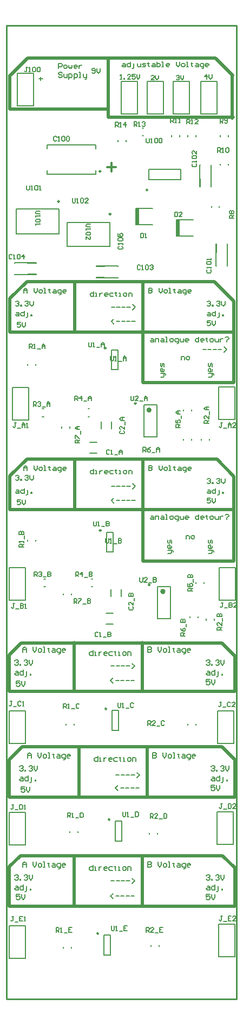
<source format=gto>
G04 Layer_Color=65535*
%FSLAX25Y25*%
%MOIN*%
G70*
G01*
G75*
%ADD31C,0.01000*%
%ADD32C,0.00591*%
%ADD38C,0.00984*%
%ADD39C,0.01575*%
%ADD40C,0.01968*%
%ADD41C,0.00787*%
%ADD42C,0.01181*%
%ADD43R,0.02165X0.10039*%
D31*
X141732Y-598000D02*
Y0D01*
X0D02*
X141732D01*
X0Y-598000D02*
X141732D01*
X0D02*
Y0D01*
D32*
X104500Y-31204D02*
X104959Y-30745D01*
X105877D01*
X106337Y-31204D01*
Y-31663D01*
X105877Y-32122D01*
X105418D01*
X105877D01*
X106337Y-32582D01*
Y-33041D01*
X105877Y-33500D01*
X104959D01*
X104500Y-33041D01*
X107255Y-30745D02*
Y-32582D01*
X108173Y-33500D01*
X109092Y-32582D01*
Y-30745D01*
X123378Y-33000D02*
Y-30245D01*
X122000Y-31622D01*
X123837D01*
X124755Y-30245D02*
Y-32082D01*
X125673Y-33000D01*
X126592Y-32082D01*
Y-30245D01*
X131500Y-60000D02*
Y-57245D01*
X132878D01*
X133337Y-57704D01*
Y-58622D01*
X132878Y-59082D01*
X131500D01*
X132418D02*
X133337Y-60000D01*
X134255Y-59541D02*
X134714Y-60000D01*
X135633D01*
X136092Y-59541D01*
Y-57704D01*
X135633Y-57245D01*
X134714D01*
X134255Y-57704D01*
Y-58163D01*
X134714Y-58622D01*
X136092D01*
X101000Y-59874D02*
Y-57119D01*
X102377D01*
X102837Y-57578D01*
Y-58496D01*
X102377Y-58956D01*
X101000D01*
X101918D02*
X102837Y-59874D01*
X103755D02*
X104673D01*
X104214D01*
Y-57119D01*
X103755Y-57578D01*
X106051Y-59874D02*
X106969D01*
X106510D01*
Y-57119D01*
X106051Y-57578D01*
X111000Y-60500D02*
Y-57745D01*
X112378D01*
X112837Y-58204D01*
Y-59123D01*
X112378Y-59582D01*
X111000D01*
X111918D02*
X112837Y-60500D01*
X113755D02*
X114673D01*
X114214D01*
Y-57745D01*
X113755Y-58204D01*
X117888Y-60500D02*
X116051D01*
X117888Y-58663D01*
Y-58204D01*
X117428Y-57745D01*
X116510D01*
X116051Y-58204D01*
X67000Y-62374D02*
Y-59619D01*
X68378D01*
X68837Y-60078D01*
Y-60997D01*
X68378Y-61456D01*
X67000D01*
X67918D02*
X68837Y-62374D01*
X69755D02*
X70673D01*
X70214D01*
Y-59619D01*
X69755Y-60078D01*
X73428Y-62374D02*
Y-59619D01*
X72051Y-60997D01*
X73887D01*
X78500Y-62000D02*
Y-59245D01*
X79878D01*
X80337Y-59704D01*
Y-60623D01*
X79878Y-61082D01*
X78500D01*
X79418D02*
X80337Y-62000D01*
X81255D02*
X82173D01*
X81714D01*
Y-59245D01*
X81255Y-59704D01*
X83551D02*
X84010Y-59245D01*
X84928D01*
X85387Y-59704D01*
Y-60163D01*
X84928Y-60623D01*
X84469D01*
X84928D01*
X85387Y-61082D01*
Y-61541D01*
X84928Y-62000D01*
X84010D01*
X83551Y-61541D01*
X71525Y-23401D02*
X72574D01*
X73099Y-23926D01*
Y-25500D01*
X71525D01*
X71000Y-24975D01*
X71525Y-24451D01*
X73099D01*
X76248Y-22351D02*
Y-25500D01*
X74673D01*
X74149Y-24975D01*
Y-23926D01*
X74673Y-23401D01*
X76248D01*
X77297Y-26550D02*
X77822D01*
X78347Y-26025D01*
Y-23401D01*
X80446D02*
Y-24975D01*
X80971Y-25500D01*
X82545D01*
Y-23401D01*
X83594Y-25500D02*
X85169D01*
X85693Y-24975D01*
X85169Y-24451D01*
X84119D01*
X83594Y-23926D01*
X84119Y-23401D01*
X85693D01*
X87268Y-22876D02*
Y-23401D01*
X86743D01*
X87792D01*
X87268D01*
Y-24975D01*
X87792Y-25500D01*
X89891Y-23401D02*
X90941D01*
X91466Y-23926D01*
Y-25500D01*
X89891D01*
X89367Y-24975D01*
X89891Y-24451D01*
X91466D01*
X92515Y-22351D02*
Y-25500D01*
X94090D01*
X94614Y-24975D01*
Y-24451D01*
Y-23926D01*
X94090Y-23401D01*
X92515D01*
X95664Y-25500D02*
X96714D01*
X96189D01*
Y-22351D01*
X95664D01*
X99862Y-25500D02*
X98813D01*
X98288Y-24975D01*
Y-23926D01*
X98813Y-23401D01*
X99862D01*
X100387Y-23926D01*
Y-24451D01*
X98288D01*
X104585Y-22351D02*
Y-24451D01*
X105634Y-25500D01*
X106684Y-24451D01*
Y-22351D01*
X108258Y-25500D02*
X109308D01*
X109833Y-24975D01*
Y-23926D01*
X109308Y-23401D01*
X108258D01*
X107734Y-23926D01*
Y-24975D01*
X108258Y-25500D01*
X110882D02*
X111932D01*
X111407D01*
Y-22351D01*
X110882D01*
X114031Y-22876D02*
Y-23401D01*
X113506D01*
X114556D01*
X114031D01*
Y-24975D01*
X114556Y-25500D01*
X116655Y-23401D02*
X117704D01*
X118229Y-23926D01*
Y-25500D01*
X116655D01*
X116130Y-24975D01*
X116655Y-24451D01*
X118229D01*
X120328Y-26550D02*
X120853D01*
X121378Y-26025D01*
Y-23401D01*
X119803D01*
X119278Y-23926D01*
Y-24975D01*
X119803Y-25500D01*
X121378D01*
X124001D02*
X122952D01*
X122427Y-24975D01*
Y-23926D01*
X122952Y-23401D01*
X124001D01*
X124526Y-23926D01*
Y-24451D01*
X122427D01*
X52500Y-28975D02*
X53025Y-29500D01*
X54074D01*
X54599Y-28975D01*
Y-26876D01*
X54074Y-26351D01*
X53025D01*
X52500Y-26876D01*
Y-27401D01*
X53025Y-27926D01*
X54599D01*
X55649Y-26351D02*
Y-28451D01*
X56698Y-29500D01*
X57748Y-28451D01*
Y-26351D01*
X34099Y-29376D02*
X33574Y-28851D01*
X32525D01*
X32000Y-29376D01*
Y-29901D01*
X32525Y-30426D01*
X33574D01*
X34099Y-30950D01*
Y-31475D01*
X33574Y-32000D01*
X32525D01*
X32000Y-31475D01*
X35149Y-29901D02*
Y-31475D01*
X35673Y-32000D01*
X37248D01*
Y-29901D01*
X38297Y-33049D02*
Y-29901D01*
X39871D01*
X40396Y-30426D01*
Y-31475D01*
X39871Y-32000D01*
X38297D01*
X41446Y-33049D02*
Y-29901D01*
X43020D01*
X43545Y-30426D01*
Y-31475D01*
X43020Y-32000D01*
X41446D01*
X44594D02*
X45644D01*
X45119D01*
Y-28851D01*
X44594D01*
X47218Y-29901D02*
Y-31475D01*
X47743Y-32000D01*
X49317D01*
Y-32525D01*
X48792Y-33049D01*
X48268D01*
X49317Y-32000D02*
Y-29901D01*
X90837Y-33500D02*
X89000D01*
X90837Y-31663D01*
Y-31204D01*
X90377Y-30745D01*
X89459D01*
X89000Y-31204D01*
X91755Y-30745D02*
Y-32582D01*
X92673Y-33500D01*
X93592Y-32582D01*
Y-30745D01*
X70000Y-33000D02*
X70918D01*
X70459D01*
Y-30245D01*
X70000Y-30704D01*
X72296Y-33000D02*
Y-32541D01*
X72755D01*
Y-33000D01*
X72296D01*
X76428D02*
X74592D01*
X76428Y-31163D01*
Y-30704D01*
X75969Y-30245D01*
X75051D01*
X74592Y-30704D01*
X79183Y-30245D02*
X77347D01*
Y-31622D01*
X78265Y-31163D01*
X78724D01*
X79183Y-31622D01*
Y-32541D01*
X78724Y-33000D01*
X77806D01*
X77347Y-32541D01*
X80102Y-30245D02*
Y-32082D01*
X81020Y-33000D01*
X81938Y-32082D01*
Y-30245D01*
X64500Y-553245D02*
Y-555541D01*
X64959Y-556000D01*
X65877D01*
X66337Y-555541D01*
Y-553245D01*
X67255Y-556000D02*
X68173D01*
X67714D01*
Y-553245D01*
X67255Y-553704D01*
X69551Y-556459D02*
X71387D01*
X74143Y-553245D02*
X72306D01*
Y-556000D01*
X74143D01*
X72306Y-554623D02*
X73224D01*
X86000Y-557000D02*
Y-554245D01*
X87378D01*
X87837Y-554704D01*
Y-555622D01*
X87378Y-556082D01*
X86000D01*
X86918D02*
X87837Y-557000D01*
X90592D02*
X88755D01*
X90592Y-555163D01*
Y-554704D01*
X90132Y-554245D01*
X89214D01*
X88755Y-554704D01*
X91510Y-557459D02*
X93347D01*
X96102Y-554245D02*
X94265D01*
Y-557000D01*
X96102D01*
X94265Y-555622D02*
X95183D01*
X30500Y-557000D02*
Y-554245D01*
X31877D01*
X32337Y-554704D01*
Y-555622D01*
X31877Y-556082D01*
X30500D01*
X31418D02*
X32337Y-557000D01*
X33255D02*
X34173D01*
X33714D01*
Y-554245D01*
X33255Y-554704D01*
X35551Y-557459D02*
X37387D01*
X40143Y-554245D02*
X38306D01*
Y-557000D01*
X40143D01*
X38306Y-555622D02*
X39224D01*
X132837Y-547245D02*
X131918D01*
X132378D01*
Y-549541D01*
X131918Y-550000D01*
X131459D01*
X131000Y-549541D01*
X133755Y-550459D02*
X135592D01*
X138347Y-547245D02*
X136510D01*
Y-550000D01*
X138347D01*
X136510Y-548623D02*
X137428D01*
X141102Y-550000D02*
X139265D01*
X141102Y-548163D01*
Y-547704D01*
X140643Y-547245D01*
X139724D01*
X139265Y-547704D01*
X4337Y-547458D02*
X3418D01*
X3878D01*
Y-549753D01*
X3418Y-550213D01*
X2959D01*
X2500Y-549753D01*
X5255Y-550672D02*
X7092D01*
X9847Y-547458D02*
X8010D01*
Y-550213D01*
X9847D01*
X8010Y-548835D02*
X8928D01*
X10765Y-550213D02*
X11683D01*
X11224D01*
Y-547458D01*
X10765Y-547917D01*
X35000Y-419500D02*
Y-416745D01*
X36378D01*
X36837Y-417204D01*
Y-418122D01*
X36378Y-418582D01*
X35000D01*
X35918D02*
X36837Y-419500D01*
X37755D02*
X38673D01*
X38214D01*
Y-416745D01*
X37755Y-417204D01*
X40051Y-419959D02*
X41888D01*
X44643Y-417204D02*
X44183Y-416745D01*
X43265D01*
X42806Y-417204D01*
Y-419041D01*
X43265Y-419500D01*
X44183D01*
X44643Y-419041D01*
X37500Y-486500D02*
Y-483745D01*
X38877D01*
X39337Y-484204D01*
Y-485122D01*
X38877Y-485582D01*
X37500D01*
X38418D02*
X39337Y-486500D01*
X40255D02*
X41173D01*
X40714D01*
Y-483745D01*
X40255Y-484204D01*
X42551Y-486959D02*
X44388D01*
X45306Y-483745D02*
Y-486500D01*
X46683D01*
X47143Y-486041D01*
Y-484204D01*
X46683Y-483745D01*
X45306D01*
X87000Y-430000D02*
Y-427245D01*
X88377D01*
X88837Y-427704D01*
Y-428622D01*
X88377Y-429082D01*
X87000D01*
X87918D02*
X88837Y-430000D01*
X91592D02*
X89755D01*
X91592Y-428163D01*
Y-427704D01*
X91132Y-427245D01*
X90214D01*
X89755Y-427704D01*
X92510Y-430459D02*
X94347D01*
X97102Y-427704D02*
X96643Y-427245D01*
X95724D01*
X95265Y-427704D01*
Y-429541D01*
X95724Y-430000D01*
X96643D01*
X97102Y-429541D01*
X88500Y-487000D02*
Y-484245D01*
X89877D01*
X90337Y-484704D01*
Y-485623D01*
X89877Y-486082D01*
X88500D01*
X89418D02*
X90337Y-487000D01*
X93092D02*
X91255D01*
X93092Y-485163D01*
Y-484704D01*
X92633Y-484245D01*
X91714D01*
X91255Y-484704D01*
X94010Y-487459D02*
X95847D01*
X96765Y-484245D02*
Y-487000D01*
X98143D01*
X98602Y-486541D01*
Y-484704D01*
X98143Y-484245D01*
X96765D01*
X68500Y-416245D02*
Y-418541D01*
X68959Y-419000D01*
X69877D01*
X70337Y-418541D01*
Y-416245D01*
X71255Y-419000D02*
X72173D01*
X71714D01*
Y-416245D01*
X71255Y-416704D01*
X73551Y-419459D02*
X75388D01*
X78143Y-416704D02*
X77683Y-416245D01*
X76765D01*
X76306Y-416704D01*
Y-418541D01*
X76765Y-419000D01*
X77683D01*
X78143Y-418541D01*
X132837Y-478245D02*
X131918D01*
X132378D01*
Y-480541D01*
X131918Y-481000D01*
X131459D01*
X131000Y-480541D01*
X133755Y-481459D02*
X135592D01*
X136510Y-478245D02*
Y-481000D01*
X137888D01*
X138347Y-480541D01*
Y-478704D01*
X137888Y-478245D01*
X136510D01*
X141102Y-481000D02*
X139265D01*
X141102Y-479163D01*
Y-478704D01*
X140643Y-478245D01*
X139724D01*
X139265Y-478704D01*
X63337Y-261204D02*
X62878Y-260745D01*
X61959D01*
X61500Y-261204D01*
Y-263041D01*
X61959Y-263500D01*
X62878D01*
X63337Y-263041D01*
X64255Y-263500D02*
X65173D01*
X64714D01*
Y-260745D01*
X64255Y-261204D01*
X66551Y-263959D02*
X68388D01*
X69306Y-263500D02*
Y-261663D01*
X70224Y-260745D01*
X71143Y-261663D01*
Y-263500D01*
Y-262123D01*
X69306D01*
X70204Y-249100D02*
X69745Y-249559D01*
Y-250478D01*
X70204Y-250937D01*
X72041D01*
X72500Y-250478D01*
Y-249559D01*
X72041Y-249100D01*
X72500Y-246345D02*
Y-248182D01*
X70663Y-246345D01*
X70204D01*
X69745Y-246804D01*
Y-247723D01*
X70204Y-248182D01*
X72959Y-245427D02*
Y-243590D01*
X72500Y-242672D02*
X70663D01*
X69745Y-241754D01*
X70663Y-240835D01*
X72500D01*
X71122D01*
Y-242672D01*
X30837Y-68704D02*
X30378Y-68245D01*
X29459D01*
X29000Y-68704D01*
Y-70541D01*
X29459Y-71000D01*
X30378D01*
X30837Y-70541D01*
X31755Y-71000D02*
X32673D01*
X32214D01*
Y-68245D01*
X31755Y-68704D01*
X34051D02*
X34510Y-68245D01*
X35428D01*
X35888Y-68704D01*
Y-70541D01*
X35428Y-71000D01*
X34510D01*
X34051Y-70541D01*
Y-68704D01*
X36806D02*
X37265Y-68245D01*
X38183D01*
X38643Y-68704D01*
Y-70541D01*
X38183Y-71000D01*
X37265D01*
X36806Y-70541D01*
Y-68704D01*
X123704Y-150163D02*
X123245Y-150622D01*
Y-151541D01*
X123704Y-152000D01*
X125541D01*
X126000Y-151541D01*
Y-150622D01*
X125541Y-150163D01*
X126000Y-149245D02*
Y-148327D01*
Y-148786D01*
X123245D01*
X123704Y-149245D01*
Y-146949D02*
X123245Y-146490D01*
Y-145572D01*
X123704Y-145112D01*
X125541D01*
X126000Y-145572D01*
Y-146490D01*
X125541Y-146949D01*
X123704D01*
X126000Y-144194D02*
Y-143276D01*
Y-143735D01*
X123245D01*
X123704Y-144194D01*
X114704Y-85073D02*
X114245Y-85532D01*
Y-86450D01*
X114704Y-86910D01*
X116541D01*
X117000Y-86450D01*
Y-85532D01*
X116541Y-85073D01*
X117000Y-84154D02*
Y-83236D01*
Y-83695D01*
X114245D01*
X114704Y-84154D01*
Y-81859D02*
X114245Y-81399D01*
Y-80481D01*
X114704Y-80022D01*
X116541D01*
X117000Y-80481D01*
Y-81399D01*
X116541Y-81859D01*
X114704D01*
X117000Y-77267D02*
Y-79104D01*
X115163Y-77267D01*
X114704D01*
X114245Y-77726D01*
Y-78644D01*
X114704Y-79104D01*
X82337Y-147704D02*
X81877Y-147245D01*
X80959D01*
X80500Y-147704D01*
Y-149541D01*
X80959Y-150000D01*
X81877D01*
X82337Y-149541D01*
X83255Y-150000D02*
X84173D01*
X83714D01*
Y-147245D01*
X83255Y-147704D01*
X85551D02*
X86010Y-147245D01*
X86928D01*
X87388Y-147704D01*
Y-149541D01*
X86928Y-150000D01*
X86010D01*
X85551Y-149541D01*
Y-147704D01*
X88306D02*
X88765Y-147245D01*
X89683D01*
X90143Y-147704D01*
Y-148163D01*
X89683Y-148623D01*
X89224D01*
X89683D01*
X90143Y-149082D01*
Y-149541D01*
X89683Y-150000D01*
X88765D01*
X88306Y-149541D01*
X3337Y-141204D02*
X2877Y-140745D01*
X1959D01*
X1500Y-141204D01*
Y-143041D01*
X1959Y-143500D01*
X2877D01*
X3337Y-143041D01*
X4255Y-143500D02*
X5173D01*
X4714D01*
Y-140745D01*
X4255Y-141204D01*
X6551D02*
X7010Y-140745D01*
X7928D01*
X8388Y-141204D01*
Y-143041D01*
X7928Y-143500D01*
X7010D01*
X6551Y-143041D01*
Y-141204D01*
X10683Y-143500D02*
Y-140745D01*
X9306Y-142122D01*
X11143D01*
X69204Y-135663D02*
X68745Y-136123D01*
Y-137041D01*
X69204Y-137500D01*
X71041D01*
X71500Y-137041D01*
Y-136123D01*
X71041Y-135663D01*
X71500Y-134745D02*
Y-133827D01*
Y-134286D01*
X68745D01*
X69204Y-134745D01*
Y-132449D02*
X68745Y-131990D01*
Y-131072D01*
X69204Y-130612D01*
X71041D01*
X71500Y-131072D01*
Y-131990D01*
X71041Y-132449D01*
X69204D01*
X68745Y-127857D02*
Y-129694D01*
X70122D01*
X69663Y-128776D01*
Y-128317D01*
X70122Y-127857D01*
X71041D01*
X71500Y-128317D01*
Y-129235D01*
X71041Y-129694D01*
X82500Y-127745D02*
Y-130500D01*
X83877D01*
X84337Y-130041D01*
Y-128204D01*
X83877Y-127745D01*
X82500D01*
X85255Y-130500D02*
X86173D01*
X85714D01*
Y-127745D01*
X85255Y-128204D01*
X103500Y-114745D02*
Y-117500D01*
X104877D01*
X105337Y-117041D01*
Y-115204D01*
X104877Y-114745D01*
X103500D01*
X108092Y-117500D02*
X106255D01*
X108092Y-115663D01*
Y-115204D01*
X107633Y-114745D01*
X106714D01*
X106255Y-115204D01*
X12837Y-25745D02*
X11918D01*
X12377D01*
Y-28041D01*
X11918Y-28500D01*
X11459D01*
X11000Y-28041D01*
X13755Y-28500D02*
X14673D01*
X14214D01*
Y-25745D01*
X13755Y-26204D01*
X16051D02*
X16510Y-25745D01*
X17428D01*
X17887Y-26204D01*
Y-28041D01*
X17428Y-28500D01*
X16510D01*
X16051Y-28041D01*
Y-26204D01*
X18806D02*
X19265Y-25745D01*
X20183D01*
X20643Y-26204D01*
Y-28041D01*
X20183Y-28500D01*
X19265D01*
X18806Y-28041D01*
Y-26204D01*
X5837Y-244245D02*
X4918D01*
X5378D01*
Y-246541D01*
X4918Y-247000D01*
X4459D01*
X4000Y-246541D01*
X6755Y-247459D02*
X8592D01*
X9510Y-247000D02*
Y-245163D01*
X10428Y-244245D01*
X11347Y-245163D01*
Y-247000D01*
Y-245622D01*
X9510D01*
X12265Y-247000D02*
X13183D01*
X12724D01*
Y-244245D01*
X12265Y-244704D01*
X132837Y-244245D02*
X131918D01*
X132378D01*
Y-246541D01*
X131918Y-247000D01*
X131459D01*
X131000Y-246541D01*
X133755Y-247459D02*
X135592D01*
X136510Y-247000D02*
Y-245163D01*
X137428Y-244245D01*
X138347Y-245163D01*
Y-247000D01*
Y-245622D01*
X136510D01*
X141102Y-247000D02*
X139265D01*
X141102Y-245163D01*
Y-244704D01*
X140643Y-244245D01*
X139724D01*
X139265Y-244704D01*
X14000Y-198500D02*
Y-195745D01*
X15378D01*
X15837Y-196204D01*
Y-197123D01*
X15378Y-197582D01*
X14000D01*
X14918D02*
X15837Y-198500D01*
X16755D02*
X17673D01*
X17214D01*
Y-195745D01*
X16755Y-196204D01*
X19051Y-198959D02*
X20888D01*
X21806Y-198500D02*
Y-196663D01*
X22724Y-195745D01*
X23643Y-196663D01*
Y-198500D01*
Y-197123D01*
X21806D01*
X124500Y-244500D02*
X121745D01*
Y-243123D01*
X122204Y-242663D01*
X123123D01*
X123582Y-243123D01*
Y-244500D01*
Y-243582D02*
X124500Y-242663D01*
Y-239908D02*
Y-241745D01*
X122663Y-239908D01*
X122204D01*
X121745Y-240368D01*
Y-241286D01*
X122204Y-241745D01*
X124959Y-238990D02*
Y-237153D01*
X124500Y-236235D02*
X122663D01*
X121745Y-235317D01*
X122663Y-234398D01*
X124500D01*
X123123D01*
Y-236235D01*
X16500Y-234000D02*
Y-231245D01*
X17877D01*
X18337Y-231704D01*
Y-232623D01*
X17877Y-233082D01*
X16500D01*
X17418D02*
X18337Y-234000D01*
X19255Y-231704D02*
X19714Y-231245D01*
X20632D01*
X21092Y-231704D01*
Y-232163D01*
X20632Y-232623D01*
X20173D01*
X20632D01*
X21092Y-233082D01*
Y-233541D01*
X20632Y-234000D01*
X19714D01*
X19255Y-233541D01*
X22010Y-234459D02*
X23847D01*
X24765Y-234000D02*
Y-232163D01*
X25683Y-231245D01*
X26602Y-232163D01*
Y-234000D01*
Y-232623D01*
X24765D01*
X42000Y-230500D02*
Y-227745D01*
X43378D01*
X43837Y-228204D01*
Y-229122D01*
X43378Y-229582D01*
X42000D01*
X42918D02*
X43837Y-230500D01*
X46132D02*
Y-227745D01*
X44755Y-229122D01*
X46592D01*
X47510Y-230959D02*
X49347D01*
X50265Y-230500D02*
Y-228663D01*
X51183Y-227745D01*
X52102Y-228663D01*
Y-230500D01*
Y-229122D01*
X50265D01*
X107000Y-247000D02*
X104245D01*
Y-245622D01*
X104704Y-245163D01*
X105622D01*
X106082Y-245622D01*
Y-247000D01*
Y-246082D02*
X107000Y-245163D01*
X104245Y-242408D02*
Y-244245D01*
X105622D01*
X105163Y-243327D01*
Y-242867D01*
X105622Y-242408D01*
X106541D01*
X107000Y-242867D01*
Y-243786D01*
X106541Y-244245D01*
X107459Y-241490D02*
Y-239653D01*
X107000Y-238735D02*
X105163D01*
X104245Y-237817D01*
X105163Y-236898D01*
X107000D01*
X105622D01*
Y-238735D01*
X84000Y-262000D02*
Y-259245D01*
X85378D01*
X85837Y-259704D01*
Y-260623D01*
X85378Y-261082D01*
X84000D01*
X84918D02*
X85837Y-262000D01*
X88592Y-259245D02*
X87673Y-259704D01*
X86755Y-260623D01*
Y-261541D01*
X87214Y-262000D01*
X88133D01*
X88592Y-261541D01*
Y-261082D01*
X88133Y-260623D01*
X86755D01*
X89510Y-262459D02*
X91347D01*
X92265Y-262000D02*
Y-260163D01*
X93183Y-259245D01*
X94102Y-260163D01*
Y-262000D01*
Y-260623D01*
X92265D01*
X45000Y-256500D02*
X42245D01*
Y-255122D01*
X42704Y-254663D01*
X43622D01*
X44082Y-255122D01*
Y-256500D01*
Y-255582D02*
X45000Y-254663D01*
X42245Y-253745D02*
Y-251908D01*
X42704D01*
X44541Y-253745D01*
X45000D01*
X45459Y-250990D02*
Y-249153D01*
X45000Y-248235D02*
X43163D01*
X42245Y-247317D01*
X43163Y-246398D01*
X45000D01*
X43622D01*
Y-248235D01*
X140000Y-118500D02*
X137245D01*
Y-117122D01*
X137704Y-116663D01*
X138622D01*
X139082Y-117122D01*
Y-118500D01*
Y-117582D02*
X140000Y-116663D01*
X137704Y-115745D02*
X137245Y-115286D01*
Y-114367D01*
X137704Y-113908D01*
X138163D01*
X138622Y-114367D01*
X139082Y-113908D01*
X139541D01*
X140000Y-114367D01*
Y-115286D01*
X139541Y-115745D01*
X139082D01*
X138622Y-115286D01*
X138163Y-115745D01*
X137704D01*
X138622Y-115286D02*
Y-114367D01*
X130000Y-78000D02*
Y-75245D01*
X131377D01*
X131837Y-75704D01*
Y-76622D01*
X131377Y-77082D01*
X130000D01*
X130918D02*
X131837Y-78000D01*
X132755D02*
X133673D01*
X133214D01*
Y-75245D01*
X132755Y-75704D01*
X135051D02*
X135510Y-75245D01*
X136428D01*
X136888Y-75704D01*
Y-77541D01*
X136428Y-78000D01*
X135510D01*
X135051Y-77541D01*
Y-75704D01*
X50500Y-194745D02*
Y-197041D01*
X50959Y-197500D01*
X51877D01*
X52337Y-197041D01*
Y-194745D01*
X53255Y-197500D02*
X54173D01*
X53714D01*
Y-194745D01*
X53255Y-195204D01*
X55551Y-197959D02*
X57388D01*
X58306Y-197500D02*
Y-195663D01*
X59224Y-194745D01*
X60143Y-195663D01*
Y-197500D01*
Y-196123D01*
X58306D01*
X76500Y-227745D02*
Y-230041D01*
X76959Y-230500D01*
X77877D01*
X78337Y-230041D01*
Y-227745D01*
X81092Y-230500D02*
X79255D01*
X81092Y-228663D01*
Y-228204D01*
X80633Y-227745D01*
X79714D01*
X79255Y-228204D01*
X82010Y-230959D02*
X83847D01*
X84765Y-230500D02*
Y-228663D01*
X85683Y-227745D01*
X86602Y-228663D01*
Y-230500D01*
Y-229122D01*
X84765D01*
X86050Y-69495D02*
Y-71791D01*
X86509Y-72250D01*
X87428D01*
X87887Y-71791D01*
Y-69495D01*
X88805Y-72250D02*
X89723D01*
X89264D01*
Y-69495D01*
X88805Y-69954D01*
X91101D02*
X91560Y-69495D01*
X92478D01*
X92937Y-69954D01*
Y-71791D01*
X92478Y-72250D01*
X91560D01*
X91101Y-71791D01*
Y-69954D01*
X93856D02*
X94315Y-69495D01*
X95233D01*
X95693Y-69954D01*
Y-71791D01*
X95233Y-72250D01*
X94315D01*
X93856Y-71791D01*
Y-69954D01*
X12378Y-98351D02*
Y-100647D01*
X12837Y-101106D01*
X13756D01*
X14215Y-100647D01*
Y-98351D01*
X15133Y-101106D02*
X16051D01*
X15592D01*
Y-98351D01*
X15133Y-98810D01*
X17429D02*
X17888Y-98351D01*
X18806D01*
X19265Y-98810D01*
Y-100647D01*
X18806Y-101106D01*
X17888D01*
X17429Y-100647D01*
Y-98810D01*
X20184Y-101106D02*
X21102D01*
X20643D01*
Y-98351D01*
X20184Y-98810D01*
X40500Y-106245D02*
Y-108541D01*
X40959Y-109000D01*
X41877D01*
X42337Y-108541D01*
Y-106245D01*
X43255Y-109000D02*
X44173D01*
X43714D01*
Y-106245D01*
X43255Y-106704D01*
X45551D02*
X46010Y-106245D01*
X46928D01*
X47387Y-106704D01*
Y-108541D01*
X46928Y-109000D01*
X46010D01*
X45551Y-108541D01*
Y-106704D01*
X50143Y-109000D02*
X48306D01*
X50143Y-107163D01*
Y-106704D01*
X49683Y-106245D01*
X48765D01*
X48306Y-106704D01*
X56337Y-373204D02*
X55878Y-372745D01*
X54959D01*
X54500Y-373204D01*
Y-375041D01*
X54959Y-375500D01*
X55878D01*
X56337Y-375041D01*
X57255Y-375500D02*
X58173D01*
X57714D01*
Y-372745D01*
X57255Y-373204D01*
X59551Y-375959D02*
X61387D01*
X62306Y-372745D02*
Y-375500D01*
X63683D01*
X64143Y-375041D01*
Y-374582D01*
X63683Y-374123D01*
X62306D01*
X63683D01*
X64143Y-373663D01*
Y-373204D01*
X63683Y-372745D01*
X62306D01*
X75704Y-357163D02*
X75245Y-357623D01*
Y-358541D01*
X75704Y-359000D01*
X77541D01*
X78000Y-358541D01*
Y-357623D01*
X77541Y-357163D01*
X78000Y-354408D02*
Y-356245D01*
X76163Y-354408D01*
X75704D01*
X75245Y-354868D01*
Y-355786D01*
X75704Y-356245D01*
X78459Y-353490D02*
Y-351653D01*
X75245Y-350735D02*
X78000D01*
Y-349357D01*
X77541Y-348898D01*
X77082D01*
X76622Y-349357D01*
Y-350735D01*
Y-349357D01*
X76163Y-348898D01*
X75704D01*
X75245Y-349357D01*
Y-350735D01*
X4837Y-355245D02*
X3918D01*
X4377D01*
Y-357541D01*
X3918Y-358000D01*
X3459D01*
X3000Y-357541D01*
X5755Y-358459D02*
X7592D01*
X8510Y-355245D02*
Y-358000D01*
X9888D01*
X10347Y-357541D01*
Y-357082D01*
X9888Y-356623D01*
X8510D01*
X9888D01*
X10347Y-356163D01*
Y-355704D01*
X9888Y-355245D01*
X8510D01*
X11265Y-358000D02*
X12183D01*
X11724D01*
Y-355245D01*
X11265Y-355704D01*
X133337Y-354745D02*
X132418D01*
X132878D01*
Y-357041D01*
X132418Y-357500D01*
X131959D01*
X131500Y-357041D01*
X134255Y-357959D02*
X136092D01*
X137010Y-354745D02*
Y-357500D01*
X138388D01*
X138847Y-357041D01*
Y-356582D01*
X138388Y-356122D01*
X137010D01*
X138388D01*
X138847Y-355663D01*
Y-355204D01*
X138388Y-354745D01*
X137010D01*
X141602Y-357500D02*
X139765D01*
X141602Y-355663D01*
Y-355204D01*
X141143Y-354745D01*
X140224D01*
X139765Y-355204D01*
X10500Y-320500D02*
X7745D01*
Y-319123D01*
X8204Y-318663D01*
X9122D01*
X9582Y-319123D01*
Y-320500D01*
Y-319582D02*
X10500Y-318663D01*
Y-317745D02*
Y-316827D01*
Y-317286D01*
X7745D01*
X8204Y-317745D01*
X10959Y-315449D02*
Y-313612D01*
X7745Y-312694D02*
X10500D01*
Y-311317D01*
X10041Y-310857D01*
X9582D01*
X9122Y-311317D01*
Y-312694D01*
Y-311317D01*
X8663Y-310857D01*
X8204D01*
X7745Y-311317D01*
Y-312694D01*
X132500Y-371500D02*
X129745D01*
Y-370123D01*
X130204Y-369663D01*
X131123D01*
X131582Y-370123D01*
Y-371500D01*
Y-370582D02*
X132500Y-369663D01*
Y-366908D02*
Y-368745D01*
X130663Y-366908D01*
X130204D01*
X129745Y-367368D01*
Y-368286D01*
X130204Y-368745D01*
X132959Y-365990D02*
Y-364153D01*
X129745Y-363235D02*
X132500D01*
Y-361857D01*
X132041Y-361398D01*
X131582D01*
X131123Y-361857D01*
Y-363235D01*
Y-361857D01*
X130663Y-361398D01*
X130204D01*
X129745Y-361857D01*
Y-363235D01*
X17000Y-338500D02*
Y-335745D01*
X18377D01*
X18837Y-336204D01*
Y-337123D01*
X18377Y-337582D01*
X17000D01*
X17918D02*
X18837Y-338500D01*
X19755Y-336204D02*
X20214Y-335745D01*
X21133D01*
X21592Y-336204D01*
Y-336663D01*
X21133Y-337123D01*
X20673D01*
X21133D01*
X21592Y-337582D01*
Y-338041D01*
X21133Y-338500D01*
X20214D01*
X19755Y-338041D01*
X22510Y-338959D02*
X24347D01*
X25265Y-335745D02*
Y-338500D01*
X26643D01*
X27102Y-338041D01*
Y-337582D01*
X26643Y-337123D01*
X25265D01*
X26643D01*
X27102Y-336663D01*
Y-336204D01*
X26643Y-335745D01*
X25265D01*
X42500Y-338563D02*
Y-335808D01*
X43878D01*
X44337Y-336267D01*
Y-337186D01*
X43878Y-337645D01*
X42500D01*
X43418D02*
X44337Y-338563D01*
X46633D02*
Y-335808D01*
X45255Y-337186D01*
X47092D01*
X48010Y-339022D02*
X49847D01*
X50765Y-335808D02*
Y-338563D01*
X52143D01*
X52602Y-338104D01*
Y-337645D01*
X52143Y-337186D01*
X50765D01*
X52143D01*
X52602Y-336726D01*
Y-336267D01*
X52143Y-335808D01*
X50765D01*
X114500Y-347500D02*
X111745D01*
Y-346123D01*
X112204Y-345663D01*
X113122D01*
X113582Y-346123D01*
Y-347500D01*
Y-346582D02*
X114500Y-345663D01*
X111745Y-342908D02*
Y-344745D01*
X113122D01*
X112663Y-343827D01*
Y-343368D01*
X113122Y-342908D01*
X114041D01*
X114500Y-343368D01*
Y-344286D01*
X114041Y-344745D01*
X114959Y-341990D02*
Y-340153D01*
X111745Y-339235D02*
X114500D01*
Y-337857D01*
X114041Y-337398D01*
X113582D01*
X113122Y-337857D01*
Y-339235D01*
Y-337857D01*
X112663Y-337398D01*
X112204D01*
X111745Y-337857D01*
Y-339235D01*
X110000Y-375000D02*
X107245D01*
Y-373622D01*
X107704Y-373163D01*
X108623D01*
X109082Y-373622D01*
Y-375000D01*
Y-374082D02*
X110000Y-373163D01*
X107245Y-370408D02*
X107704Y-371327D01*
X108623Y-372245D01*
X109541D01*
X110000Y-371786D01*
Y-370867D01*
X109541Y-370408D01*
X109082D01*
X108623Y-370867D01*
Y-372245D01*
X110459Y-369490D02*
Y-367653D01*
X107245Y-366735D02*
X110000D01*
Y-365357D01*
X109541Y-364898D01*
X109082D01*
X108623Y-365357D01*
Y-366735D01*
Y-365357D01*
X108163Y-364898D01*
X107704D01*
X107245Y-365357D01*
Y-366735D01*
X41500Y-355000D02*
Y-352245D01*
X42878D01*
X43337Y-352704D01*
Y-353623D01*
X42878Y-354082D01*
X41500D01*
X42418D02*
X43337Y-355000D01*
X44255Y-352245D02*
X46092D01*
Y-352704D01*
X44255Y-354541D01*
Y-355000D01*
X47010Y-355459D02*
X48847D01*
X49765Y-352245D02*
Y-355000D01*
X51143D01*
X51602Y-354541D01*
Y-354082D01*
X51143Y-353623D01*
X49765D01*
X51143D01*
X51602Y-353163D01*
Y-352704D01*
X51143Y-352245D01*
X49765D01*
X53500Y-304745D02*
Y-307041D01*
X53959Y-307500D01*
X54878D01*
X55337Y-307041D01*
Y-304745D01*
X56255Y-307500D02*
X57173D01*
X56714D01*
Y-304745D01*
X56255Y-305204D01*
X58551Y-307959D02*
X60387D01*
X61306Y-304745D02*
Y-307500D01*
X62683D01*
X63143Y-307041D01*
Y-306582D01*
X62683Y-306122D01*
X61306D01*
X62683D01*
X63143Y-305663D01*
Y-305204D01*
X62683Y-304745D01*
X61306D01*
X82000Y-339245D02*
Y-341541D01*
X82459Y-342000D01*
X83377D01*
X83837Y-341541D01*
Y-339245D01*
X86592Y-342000D02*
X84755D01*
X86592Y-340163D01*
Y-339704D01*
X86133Y-339245D01*
X85214D01*
X84755Y-339704D01*
X87510Y-342459D02*
X89347D01*
X90265Y-339245D02*
Y-342000D01*
X91643D01*
X92102Y-341541D01*
Y-341082D01*
X91643Y-340622D01*
X90265D01*
X91643D01*
X92102Y-340163D01*
Y-339704D01*
X91643Y-339245D01*
X90265D01*
X3337Y-415245D02*
X2418D01*
X2877D01*
Y-417541D01*
X2418Y-418000D01*
X1959D01*
X1500Y-417541D01*
X4255Y-418459D02*
X6092D01*
X8847Y-415704D02*
X8388Y-415245D01*
X7469D01*
X7010Y-415704D01*
Y-417541D01*
X7469Y-418000D01*
X8388D01*
X8847Y-417541D01*
X9765Y-418000D02*
X10683D01*
X10224D01*
Y-415245D01*
X9765Y-415704D01*
X132337Y-415745D02*
X131418D01*
X131878D01*
Y-418041D01*
X131418Y-418500D01*
X130959D01*
X130500Y-418041D01*
X133255Y-418959D02*
X135092D01*
X137847Y-416204D02*
X137388Y-415745D01*
X136469D01*
X136010Y-416204D01*
Y-418041D01*
X136469Y-418500D01*
X137388D01*
X137847Y-418041D01*
X140602Y-418500D02*
X138765D01*
X140602Y-416663D01*
Y-416204D01*
X140143Y-415745D01*
X139224D01*
X138765Y-416204D01*
X4337Y-478745D02*
X3418D01*
X3878D01*
Y-481041D01*
X3418Y-481500D01*
X2959D01*
X2500Y-481041D01*
X5255Y-481959D02*
X7092D01*
X8010Y-478745D02*
Y-481500D01*
X9388D01*
X9847Y-481041D01*
Y-479204D01*
X9388Y-478745D01*
X8010D01*
X10765Y-481500D02*
X11683D01*
X11224D01*
Y-478745D01*
X10765Y-479204D01*
X71500Y-483245D02*
Y-485541D01*
X71959Y-486000D01*
X72878D01*
X73337Y-485541D01*
Y-483245D01*
X74255Y-486000D02*
X75173D01*
X74714D01*
Y-483245D01*
X74255Y-483704D01*
X76551Y-486459D02*
X78387D01*
X79306Y-483245D02*
Y-486000D01*
X80683D01*
X81143Y-485541D01*
Y-483704D01*
X80683Y-483245D01*
X79306D01*
X20000Y-32926D02*
X22099D01*
X21049Y-31876D02*
Y-33975D01*
X32000Y-26500D02*
Y-23351D01*
X33574D01*
X34099Y-23876D01*
Y-24926D01*
X33574Y-25451D01*
X32000D01*
X35673Y-26500D02*
X36723D01*
X37248Y-25975D01*
Y-24926D01*
X36723Y-24401D01*
X35673D01*
X35149Y-24926D01*
Y-25975D01*
X35673Y-26500D01*
X38297Y-24401D02*
Y-25975D01*
X38822Y-26500D01*
X39347Y-25975D01*
X39871Y-26500D01*
X40396Y-25975D01*
Y-24401D01*
X43020Y-26500D02*
X41971D01*
X41446Y-25975D01*
Y-24926D01*
X41971Y-24401D01*
X43020D01*
X43545Y-24926D01*
Y-25451D01*
X41446D01*
X44594Y-24401D02*
Y-26500D01*
Y-25451D01*
X45119Y-24926D01*
X45644Y-24401D01*
X46169D01*
X133926Y-197500D02*
X135500Y-199074D01*
X133926Y-200649D01*
X132351Y-199074D02*
X130252D01*
X129203D02*
X127104D01*
X126054D02*
X123955D01*
X122906D02*
X120807D01*
X10500Y-164500D02*
Y-162401D01*
X11549Y-161351D01*
X12599Y-162401D01*
Y-164500D01*
Y-162926D01*
X10500D01*
X16797Y-161351D02*
Y-163451D01*
X17847Y-164500D01*
X18896Y-163451D01*
Y-161351D01*
X20470Y-164500D02*
X21520D01*
X22045Y-163975D01*
Y-162926D01*
X21520Y-162401D01*
X20470D01*
X19946Y-162926D01*
Y-163975D01*
X20470Y-164500D01*
X23094D02*
X24144D01*
X23619D01*
Y-161351D01*
X23094D01*
X26243Y-161876D02*
Y-162401D01*
X25718D01*
X26768D01*
X26243D01*
Y-163975D01*
X26768Y-164500D01*
X28867Y-162401D02*
X29916D01*
X30441Y-162926D01*
Y-164500D01*
X28867D01*
X28342Y-163975D01*
X28867Y-163451D01*
X30441D01*
X32540Y-165550D02*
X33065D01*
X33590Y-165025D01*
Y-162401D01*
X32015D01*
X31491Y-162926D01*
Y-163975D01*
X32015Y-164500D01*
X33590D01*
X36213D02*
X35164D01*
X34639Y-163975D01*
Y-162926D01*
X35164Y-162401D01*
X36213D01*
X36738Y-162926D01*
Y-163451D01*
X34639D01*
X87500Y-161351D02*
Y-164500D01*
X89074D01*
X89599Y-163975D01*
Y-163451D01*
X89074Y-162926D01*
X87500D01*
X89074D01*
X89599Y-162401D01*
Y-161876D01*
X89074Y-161351D01*
X87500D01*
X93797D02*
Y-163451D01*
X94847Y-164500D01*
X95896Y-163451D01*
Y-161351D01*
X97470Y-164500D02*
X98520D01*
X99045Y-163975D01*
Y-162926D01*
X98520Y-162401D01*
X97470D01*
X96946Y-162926D01*
Y-163975D01*
X97470Y-164500D01*
X100094D02*
X101144D01*
X100619D01*
Y-161351D01*
X100094D01*
X103243Y-161876D02*
Y-162401D01*
X102718D01*
X103768D01*
X103243D01*
Y-163975D01*
X103768Y-164500D01*
X105867Y-162401D02*
X106916D01*
X107441Y-162926D01*
Y-164500D01*
X105867D01*
X105342Y-163975D01*
X105867Y-163451D01*
X107441D01*
X109540Y-165550D02*
X110065D01*
X110590Y-165025D01*
Y-162401D01*
X109015D01*
X108491Y-162926D01*
Y-163975D01*
X109015Y-164500D01*
X110590D01*
X113214D02*
X112164D01*
X111639Y-163975D01*
Y-162926D01*
X112164Y-162401D01*
X113214D01*
X113738Y-162926D01*
Y-163451D01*
X111639D01*
X53599Y-163351D02*
Y-166500D01*
X52025D01*
X51500Y-165975D01*
Y-164926D01*
X52025Y-164401D01*
X53599D01*
X54649Y-166500D02*
X55698D01*
X55173D01*
Y-164401D01*
X54649D01*
X57272D02*
Y-166500D01*
Y-165451D01*
X57797Y-164926D01*
X58322Y-164401D01*
X58847D01*
X61995Y-166500D02*
X60946D01*
X60421Y-165975D01*
Y-164926D01*
X60946Y-164401D01*
X61995D01*
X62520Y-164926D01*
Y-165451D01*
X60421D01*
X65669Y-164401D02*
X64094D01*
X63570Y-164926D01*
Y-165975D01*
X64094Y-166500D01*
X65669D01*
X67243Y-163876D02*
Y-164401D01*
X66718D01*
X67768D01*
X67243D01*
Y-165975D01*
X67768Y-166500D01*
X69342D02*
X70391D01*
X69867D01*
Y-164401D01*
X69342D01*
X72491Y-166500D02*
X73540D01*
X74065Y-165975D01*
Y-164926D01*
X73540Y-164401D01*
X72491D01*
X71966Y-164926D01*
Y-165975D01*
X72491Y-166500D01*
X75114D02*
Y-164401D01*
X76689D01*
X77214Y-164926D01*
Y-166500D01*
X89025Y-192401D02*
X90074D01*
X90599Y-192926D01*
Y-194500D01*
X89025D01*
X88500Y-193975D01*
X89025Y-193450D01*
X90599D01*
X91649Y-194500D02*
Y-192401D01*
X93223D01*
X93748Y-192926D01*
Y-194500D01*
X95322Y-192401D02*
X96372D01*
X96896Y-192926D01*
Y-194500D01*
X95322D01*
X94797Y-193975D01*
X95322Y-193450D01*
X96896D01*
X97946Y-194500D02*
X98995D01*
X98470D01*
Y-191351D01*
X97946D01*
X101094Y-194500D02*
X102144D01*
X102669Y-193975D01*
Y-192926D01*
X102144Y-192401D01*
X101094D01*
X100570Y-192926D01*
Y-193975D01*
X101094Y-194500D01*
X104768Y-195549D02*
X105292D01*
X105817Y-195025D01*
Y-192401D01*
X104243D01*
X103718Y-192926D01*
Y-193975D01*
X104243Y-194500D01*
X105817D01*
X106867Y-192401D02*
Y-193975D01*
X107392Y-194500D01*
X108966D01*
Y-192401D01*
X111590Y-194500D02*
X110540D01*
X110015Y-193975D01*
Y-192926D01*
X110540Y-192401D01*
X111590D01*
X112114Y-192926D01*
Y-193450D01*
X110015D01*
X118412Y-191351D02*
Y-194500D01*
X116837D01*
X116313Y-193975D01*
Y-192926D01*
X116837Y-192401D01*
X118412D01*
X121035Y-194500D02*
X119986D01*
X119461Y-193975D01*
Y-192926D01*
X119986Y-192401D01*
X121035D01*
X121560Y-192926D01*
Y-193450D01*
X119461D01*
X123135Y-191876D02*
Y-192401D01*
X122610D01*
X123659D01*
X123135D01*
Y-193975D01*
X123659Y-194500D01*
X125758D02*
X126808D01*
X127333Y-193975D01*
Y-192926D01*
X126808Y-192401D01*
X125758D01*
X125234Y-192926D01*
Y-193975D01*
X125758Y-194500D01*
X128382Y-192401D02*
Y-193975D01*
X128907Y-194500D01*
X130481D01*
Y-192401D01*
X131531D02*
Y-194500D01*
Y-193450D01*
X132055Y-192926D01*
X132580Y-192401D01*
X133105D01*
X134679Y-191876D02*
X135204Y-191351D01*
X136254D01*
X136778Y-191876D01*
Y-192401D01*
X135729Y-193450D01*
Y-193975D02*
Y-194500D01*
X94901Y-216000D02*
X96475D01*
X97000Y-215475D01*
Y-213901D01*
X97525D01*
X98049Y-214426D01*
Y-214950D01*
X97000Y-213901D02*
X94901D01*
X97000Y-211277D02*
Y-212327D01*
X96475Y-212851D01*
X95426D01*
X94901Y-212327D01*
Y-211277D01*
X95426Y-210752D01*
X95951D01*
Y-212851D01*
X97000Y-209703D02*
Y-208128D01*
X96475Y-207604D01*
X95951Y-208128D01*
Y-209178D01*
X95426Y-209703D01*
X94901Y-209178D01*
Y-207604D01*
X107500Y-205500D02*
Y-203401D01*
X109074D01*
X109599Y-203926D01*
Y-205500D01*
X111173D02*
X112223D01*
X112748Y-204975D01*
Y-203926D01*
X112223Y-203401D01*
X111173D01*
X110649Y-203926D01*
Y-204975D01*
X111173Y-205500D01*
X124401Y-216000D02*
X125975D01*
X126500Y-215475D01*
Y-213901D01*
X127025D01*
X127550Y-214426D01*
Y-214950D01*
X126500Y-213901D02*
X124401D01*
X126500Y-211277D02*
Y-212327D01*
X125975Y-212851D01*
X124926D01*
X124401Y-212327D01*
Y-211277D01*
X124926Y-210752D01*
X125451D01*
Y-212851D01*
X126500Y-209703D02*
Y-208128D01*
X125975Y-207604D01*
X125451Y-208128D01*
Y-209178D01*
X124926Y-209703D01*
X124401Y-209178D01*
Y-207604D01*
X5500Y-169876D02*
X6025Y-169351D01*
X7074D01*
X7599Y-169876D01*
Y-170401D01*
X7074Y-170926D01*
X6549D01*
X7074D01*
X7599Y-171450D01*
Y-171975D01*
X7074Y-172500D01*
X6025D01*
X5500Y-171975D01*
X8649Y-172500D02*
Y-171975D01*
X9173D01*
Y-172500D01*
X8649D01*
X11272Y-169876D02*
X11797Y-169351D01*
X12847D01*
X13372Y-169876D01*
Y-170401D01*
X12847Y-170926D01*
X12322D01*
X12847D01*
X13372Y-171450D01*
Y-171975D01*
X12847Y-172500D01*
X11797D01*
X11272Y-171975D01*
X14421Y-169351D02*
Y-171450D01*
X15471Y-172500D01*
X16520Y-171450D01*
Y-169351D01*
X123500Y-169876D02*
X124025Y-169351D01*
X125074D01*
X125599Y-169876D01*
Y-170401D01*
X125074Y-170926D01*
X124549D01*
X125074D01*
X125599Y-171450D01*
Y-171975D01*
X125074Y-172500D01*
X124025D01*
X123500Y-171975D01*
X126649Y-172500D02*
Y-171975D01*
X127173D01*
Y-172500D01*
X126649D01*
X129272Y-169876D02*
X129797Y-169351D01*
X130847D01*
X131371Y-169876D01*
Y-170401D01*
X130847Y-170926D01*
X130322D01*
X130847D01*
X131371Y-171450D01*
Y-171975D01*
X130847Y-172500D01*
X129797D01*
X129272Y-171975D01*
X132421Y-169351D02*
Y-171450D01*
X133470Y-172500D01*
X134520Y-171450D01*
Y-169351D01*
X124025Y-176401D02*
X125074D01*
X125599Y-176926D01*
Y-178500D01*
X124025D01*
X123500Y-177975D01*
X124025Y-177451D01*
X125599D01*
X128748Y-175351D02*
Y-178500D01*
X127173D01*
X126649Y-177975D01*
Y-176926D01*
X127173Y-176401D01*
X128748D01*
X129797Y-179550D02*
X130322D01*
X130847Y-179025D01*
Y-176401D01*
X132946Y-178500D02*
Y-177975D01*
X133470D01*
Y-178500D01*
X132946D01*
X6080Y-176401D02*
X7129D01*
X7654Y-176926D01*
Y-178500D01*
X6080D01*
X5555Y-177975D01*
X6080Y-177451D01*
X7654D01*
X10803Y-175351D02*
Y-178500D01*
X9228D01*
X8704Y-177975D01*
Y-176926D01*
X9228Y-176401D01*
X10803D01*
X11852Y-179550D02*
X12377D01*
X12902Y-179025D01*
Y-176401D01*
X15001Y-178500D02*
Y-177975D01*
X15526D01*
Y-178500D01*
X15001D01*
X8599Y-182351D02*
X6500D01*
Y-183926D01*
X7549Y-183401D01*
X8074D01*
X8599Y-183926D01*
Y-184975D01*
X8074Y-185500D01*
X7025D01*
X6500Y-184975D01*
X9649Y-182351D02*
Y-184450D01*
X10698Y-185500D01*
X11748Y-184450D01*
Y-182351D01*
X125599Y-181351D02*
X123500D01*
Y-182926D01*
X124549Y-182401D01*
X125074D01*
X125599Y-182926D01*
Y-183975D01*
X125074Y-184500D01*
X124025D01*
X123500Y-183975D01*
X126649Y-181351D02*
Y-183450D01*
X127698Y-184500D01*
X128748Y-183450D01*
Y-181351D01*
X77674Y-171500D02*
X79248Y-173074D01*
X77674Y-174649D01*
X76099Y-173074D02*
X74000D01*
X72951D02*
X70852D01*
X69802D02*
X67703D01*
X66654D02*
X64555D01*
X66074Y-183500D02*
X64500Y-181926D01*
X66074Y-180351D01*
X67649Y-181926D02*
X69748D01*
X70797D02*
X72896D01*
X73946D02*
X76045D01*
X77094D02*
X79193D01*
X66074Y-293500D02*
X64500Y-291926D01*
X66074Y-290351D01*
X67649Y-291926D02*
X69748D01*
X70797D02*
X72896D01*
X73946D02*
X76045D01*
X77094D02*
X79193D01*
X77674Y-281500D02*
X79248Y-283074D01*
X77674Y-284649D01*
X76099Y-283074D02*
X74000D01*
X72951D02*
X70852D01*
X69802D02*
X67703D01*
X66654D02*
X64555D01*
X125599Y-290351D02*
X123500D01*
Y-291926D01*
X124549Y-291401D01*
X125074D01*
X125599Y-291926D01*
Y-292975D01*
X125074Y-293500D01*
X124025D01*
X123500Y-292975D01*
X126649Y-290351D02*
Y-292450D01*
X127698Y-293500D01*
X128748Y-292450D01*
Y-290351D01*
X8599Y-291351D02*
X6500D01*
Y-292926D01*
X7549Y-292401D01*
X8074D01*
X8599Y-292926D01*
Y-293975D01*
X8074Y-294500D01*
X7025D01*
X6500Y-293975D01*
X9649Y-291351D02*
Y-293450D01*
X10698Y-294500D01*
X11748Y-293450D01*
Y-291351D01*
X6080Y-285401D02*
X7129D01*
X7654Y-285926D01*
Y-287500D01*
X6080D01*
X5555Y-286975D01*
X6080Y-286451D01*
X7654D01*
X10803Y-284351D02*
Y-287500D01*
X9228D01*
X8704Y-286975D01*
Y-285926D01*
X9228Y-285401D01*
X10803D01*
X11852Y-288549D02*
X12377D01*
X12902Y-288025D01*
Y-285401D01*
X15001Y-287500D02*
Y-286975D01*
X15526D01*
Y-287500D01*
X15001D01*
X124025Y-285401D02*
X125074D01*
X125599Y-285926D01*
Y-287500D01*
X124025D01*
X123500Y-286975D01*
X124025Y-286451D01*
X125599D01*
X128748Y-284351D02*
Y-287500D01*
X127173D01*
X126649Y-286975D01*
Y-285926D01*
X127173Y-285401D01*
X128748D01*
X129797Y-288549D02*
X130322D01*
X130847Y-288025D01*
Y-285401D01*
X132946Y-287500D02*
Y-286975D01*
X133470D01*
Y-287500D01*
X132946D01*
X123500Y-278876D02*
X124025Y-278351D01*
X125074D01*
X125599Y-278876D01*
Y-279401D01*
X125074Y-279926D01*
X124549D01*
X125074D01*
X125599Y-280451D01*
Y-280975D01*
X125074Y-281500D01*
X124025D01*
X123500Y-280975D01*
X126649Y-281500D02*
Y-280975D01*
X127173D01*
Y-281500D01*
X126649D01*
X129272Y-278876D02*
X129797Y-278351D01*
X130847D01*
X131371Y-278876D01*
Y-279401D01*
X130847Y-279926D01*
X130322D01*
X130847D01*
X131371Y-280451D01*
Y-280975D01*
X130847Y-281500D01*
X129797D01*
X129272Y-280975D01*
X132421Y-278351D02*
Y-280451D01*
X133470Y-281500D01*
X134520Y-280451D01*
Y-278351D01*
X5500Y-276876D02*
X6025Y-276351D01*
X7074D01*
X7599Y-276876D01*
Y-277401D01*
X7074Y-277926D01*
X6549D01*
X7074D01*
X7599Y-278450D01*
Y-278975D01*
X7074Y-279500D01*
X6025D01*
X5500Y-278975D01*
X8649Y-279500D02*
Y-278975D01*
X9173D01*
Y-279500D01*
X8649D01*
X11272Y-276876D02*
X11797Y-276351D01*
X12847D01*
X13372Y-276876D01*
Y-277401D01*
X12847Y-277926D01*
X12322D01*
X12847D01*
X13372Y-278450D01*
Y-278975D01*
X12847Y-279500D01*
X11797D01*
X11272Y-278975D01*
X14421Y-276351D02*
Y-278450D01*
X15471Y-279500D01*
X16520Y-278450D01*
Y-276351D01*
X124401Y-324500D02*
X125975D01*
X126500Y-323975D01*
Y-322401D01*
X127025D01*
X127550Y-322926D01*
Y-323450D01*
X126500Y-322401D02*
X124401D01*
X126500Y-319777D02*
Y-320827D01*
X125975Y-321351D01*
X124926D01*
X124401Y-320827D01*
Y-319777D01*
X124926Y-319252D01*
X125451D01*
Y-321351D01*
X126500Y-318203D02*
Y-316629D01*
X125975Y-316104D01*
X125451Y-316629D01*
Y-317678D01*
X124926Y-318203D01*
X124401Y-317678D01*
Y-316104D01*
X110500Y-315500D02*
Y-313401D01*
X112074D01*
X112599Y-313926D01*
Y-315500D01*
X114173D02*
X115223D01*
X115748Y-314975D01*
Y-313926D01*
X115223Y-313401D01*
X114173D01*
X113649Y-313926D01*
Y-314975D01*
X114173Y-315500D01*
X99401Y-324500D02*
X100975D01*
X101500Y-323975D01*
Y-322401D01*
X102025D01*
X102550Y-322926D01*
Y-323450D01*
X101500Y-322401D02*
X99401D01*
X101500Y-319777D02*
Y-320827D01*
X100975Y-321351D01*
X99926D01*
X99401Y-320827D01*
Y-319777D01*
X99926Y-319252D01*
X100451D01*
Y-321351D01*
X101500Y-318203D02*
Y-316629D01*
X100975Y-316104D01*
X100451Y-316629D01*
Y-317678D01*
X99926Y-318203D01*
X99401Y-317678D01*
Y-316104D01*
X89025Y-301401D02*
X90074D01*
X90599Y-301926D01*
Y-303500D01*
X89025D01*
X88500Y-302975D01*
X89025Y-302450D01*
X90599D01*
X91649Y-303500D02*
Y-301401D01*
X93223D01*
X93748Y-301926D01*
Y-303500D01*
X95322Y-301401D02*
X96372D01*
X96896Y-301926D01*
Y-303500D01*
X95322D01*
X94797Y-302975D01*
X95322Y-302450D01*
X96896D01*
X97946Y-303500D02*
X98995D01*
X98470D01*
Y-300351D01*
X97946D01*
X101094Y-303500D02*
X102144D01*
X102669Y-302975D01*
Y-301926D01*
X102144Y-301401D01*
X101094D01*
X100570Y-301926D01*
Y-302975D01*
X101094Y-303500D01*
X104768Y-304550D02*
X105292D01*
X105817Y-304025D01*
Y-301401D01*
X104243D01*
X103718Y-301926D01*
Y-302975D01*
X104243Y-303500D01*
X105817D01*
X106867Y-301401D02*
Y-302975D01*
X107392Y-303500D01*
X108966D01*
Y-301401D01*
X111590Y-303500D02*
X110540D01*
X110015Y-302975D01*
Y-301926D01*
X110540Y-301401D01*
X111590D01*
X112114Y-301926D01*
Y-302450D01*
X110015D01*
X118412Y-300351D02*
Y-303500D01*
X116837D01*
X116313Y-302975D01*
Y-301926D01*
X116837Y-301401D01*
X118412D01*
X121035Y-303500D02*
X119986D01*
X119461Y-302975D01*
Y-301926D01*
X119986Y-301401D01*
X121035D01*
X121560Y-301926D01*
Y-302450D01*
X119461D01*
X123135Y-300876D02*
Y-301401D01*
X122610D01*
X123659D01*
X123135D01*
Y-302975D01*
X123659Y-303500D01*
X125758D02*
X126808D01*
X127333Y-302975D01*
Y-301926D01*
X126808Y-301401D01*
X125758D01*
X125234Y-301926D01*
Y-302975D01*
X125758Y-303500D01*
X128382Y-301401D02*
Y-302975D01*
X128907Y-303500D01*
X130481D01*
Y-301401D01*
X131531D02*
Y-303500D01*
Y-302450D01*
X132055Y-301926D01*
X132580Y-301401D01*
X133105D01*
X134679Y-300876D02*
X135204Y-300351D01*
X136254D01*
X136778Y-300876D01*
Y-301401D01*
X135729Y-302450D01*
Y-302975D02*
Y-303500D01*
X53599Y-272351D02*
Y-275500D01*
X52025D01*
X51500Y-274975D01*
Y-273926D01*
X52025Y-273401D01*
X53599D01*
X54649Y-275500D02*
X55698D01*
X55173D01*
Y-273401D01*
X54649D01*
X57272D02*
Y-275500D01*
Y-274450D01*
X57797Y-273926D01*
X58322Y-273401D01*
X58847D01*
X61995Y-275500D02*
X60946D01*
X60421Y-274975D01*
Y-273926D01*
X60946Y-273401D01*
X61995D01*
X62520Y-273926D01*
Y-274450D01*
X60421D01*
X65669Y-273401D02*
X64094D01*
X63570Y-273926D01*
Y-274975D01*
X64094Y-275500D01*
X65669D01*
X67243Y-272876D02*
Y-273401D01*
X66718D01*
X67768D01*
X67243D01*
Y-274975D01*
X67768Y-275500D01*
X69342D02*
X70391D01*
X69867D01*
Y-273401D01*
X69342D01*
X72491Y-275500D02*
X73540D01*
X74065Y-274975D01*
Y-273926D01*
X73540Y-273401D01*
X72491D01*
X71966Y-273926D01*
Y-274975D01*
X72491Y-275500D01*
X75114D02*
Y-273401D01*
X76689D01*
X77214Y-273926D01*
Y-275500D01*
X87500Y-270351D02*
Y-273500D01*
X89074D01*
X89599Y-272975D01*
Y-272450D01*
X89074Y-271926D01*
X87500D01*
X89074D01*
X89599Y-271401D01*
Y-270876D01*
X89074Y-270351D01*
X87500D01*
X93797D02*
Y-272450D01*
X94847Y-273500D01*
X95896Y-272450D01*
Y-270351D01*
X97470Y-273500D02*
X98520D01*
X99045Y-272975D01*
Y-271926D01*
X98520Y-271401D01*
X97470D01*
X96946Y-271926D01*
Y-272975D01*
X97470Y-273500D01*
X100094D02*
X101144D01*
X100619D01*
Y-270351D01*
X100094D01*
X103243Y-270876D02*
Y-271401D01*
X102718D01*
X103768D01*
X103243D01*
Y-272975D01*
X103768Y-273500D01*
X105867Y-271401D02*
X106916D01*
X107441Y-271926D01*
Y-273500D01*
X105867D01*
X105342Y-272975D01*
X105867Y-272450D01*
X107441D01*
X109540Y-274550D02*
X110065D01*
X110590Y-274025D01*
Y-271401D01*
X109015D01*
X108491Y-271926D01*
Y-272975D01*
X109015Y-273500D01*
X110590D01*
X113214D02*
X112164D01*
X111639Y-272975D01*
Y-271926D01*
X112164Y-271401D01*
X113214D01*
X113738Y-271926D01*
Y-272450D01*
X111639D01*
X10500Y-273500D02*
Y-271401D01*
X11549Y-270351D01*
X12599Y-271401D01*
Y-273500D01*
Y-271926D01*
X10500D01*
X16797Y-270351D02*
Y-272450D01*
X17847Y-273500D01*
X18896Y-272450D01*
Y-270351D01*
X20470Y-273500D02*
X21520D01*
X22045Y-272975D01*
Y-271926D01*
X21520Y-271401D01*
X20470D01*
X19946Y-271926D01*
Y-272975D01*
X20470Y-273500D01*
X23094D02*
X24144D01*
X23619D01*
Y-270351D01*
X23094D01*
X26243Y-270876D02*
Y-271401D01*
X25718D01*
X26768D01*
X26243D01*
Y-272975D01*
X26768Y-273500D01*
X28867Y-271401D02*
X29916D01*
X30441Y-271926D01*
Y-273500D01*
X28867D01*
X28342Y-272975D01*
X28867Y-272450D01*
X30441D01*
X32540Y-274550D02*
X33065D01*
X33590Y-274025D01*
Y-271401D01*
X32015D01*
X31491Y-271926D01*
Y-272975D01*
X32015Y-273500D01*
X33590D01*
X36213D02*
X35164D01*
X34639Y-272975D01*
Y-271926D01*
X35164Y-271401D01*
X36213D01*
X36738Y-271926D01*
Y-272450D01*
X34639D01*
X65574Y-404000D02*
X64000Y-402426D01*
X65574Y-400851D01*
X67149Y-402426D02*
X69248D01*
X70297D02*
X72396D01*
X73446D02*
X75545D01*
X76594D02*
X78693D01*
X77426Y-392000D02*
X79000Y-393574D01*
X77426Y-395149D01*
X75851Y-393574D02*
X73752D01*
X72703D02*
X70604D01*
X69554D02*
X67455D01*
X66406D02*
X64307D01*
X125119Y-401851D02*
X123020D01*
Y-403426D01*
X124069Y-402901D01*
X124594D01*
X125119Y-403426D01*
Y-404475D01*
X124594Y-405000D01*
X123545D01*
X123020Y-404475D01*
X126168Y-401851D02*
Y-403951D01*
X127218Y-405000D01*
X128267Y-403951D01*
Y-401851D01*
X8099Y-402851D02*
X6000D01*
Y-404426D01*
X7050Y-403901D01*
X7574D01*
X8099Y-404426D01*
Y-405475D01*
X7574Y-406000D01*
X6525D01*
X6000Y-405475D01*
X9149Y-402851D02*
Y-404951D01*
X10198Y-406000D01*
X11248Y-404951D01*
Y-402851D01*
X5600Y-396901D02*
X6649D01*
X7174Y-397426D01*
Y-399000D01*
X5600D01*
X5075Y-398475D01*
X5600Y-397951D01*
X7174D01*
X10323Y-395851D02*
Y-399000D01*
X8748D01*
X8223Y-398475D01*
Y-397426D01*
X8748Y-396901D01*
X10323D01*
X11372Y-400049D02*
X11897D01*
X12421Y-399525D01*
Y-396901D01*
X14521Y-399000D02*
Y-398475D01*
X15045D01*
Y-399000D01*
X14521D01*
X123545Y-396901D02*
X124594D01*
X125119Y-397426D01*
Y-399000D01*
X123545D01*
X123020Y-398475D01*
X123545Y-397951D01*
X125119D01*
X128267Y-395851D02*
Y-399000D01*
X126693D01*
X126168Y-398475D01*
Y-397426D01*
X126693Y-396901D01*
X128267D01*
X129317Y-400049D02*
X129842D01*
X130366Y-399525D01*
Y-396901D01*
X132466Y-399000D02*
Y-398475D01*
X132990D01*
Y-399000D01*
X132466D01*
X123020Y-390376D02*
X123545Y-389851D01*
X124594D01*
X125119Y-390376D01*
Y-390901D01*
X124594Y-391426D01*
X124069D01*
X124594D01*
X125119Y-391950D01*
Y-392475D01*
X124594Y-393000D01*
X123545D01*
X123020Y-392475D01*
X126168Y-393000D02*
Y-392475D01*
X126693D01*
Y-393000D01*
X126168D01*
X128792Y-390376D02*
X129317Y-389851D01*
X130366D01*
X130891Y-390376D01*
Y-390901D01*
X130366Y-391426D01*
X129842D01*
X130366D01*
X130891Y-391950D01*
Y-392475D01*
X130366Y-393000D01*
X129317D01*
X128792Y-392475D01*
X131941Y-389851D02*
Y-391950D01*
X132990Y-393000D01*
X134040Y-391950D01*
Y-389851D01*
X5020Y-390376D02*
X5544Y-389851D01*
X6594D01*
X7119Y-390376D01*
Y-390901D01*
X6594Y-391426D01*
X6069D01*
X6594D01*
X7119Y-391950D01*
Y-392475D01*
X6594Y-393000D01*
X5544D01*
X5020Y-392475D01*
X8168Y-393000D02*
Y-392475D01*
X8693D01*
Y-393000D01*
X8168D01*
X10792Y-390376D02*
X11317Y-389851D01*
X12366D01*
X12891Y-390376D01*
Y-390901D01*
X12366Y-391426D01*
X11842D01*
X12366D01*
X12891Y-391950D01*
Y-392475D01*
X12366Y-393000D01*
X11317D01*
X10792Y-392475D01*
X13941Y-389851D02*
Y-391950D01*
X14990Y-393000D01*
X16040Y-391950D01*
Y-389851D01*
X53119Y-383851D02*
Y-387000D01*
X51544D01*
X51020Y-386475D01*
Y-385426D01*
X51544Y-384901D01*
X53119D01*
X54168Y-387000D02*
X55218D01*
X54693D01*
Y-384901D01*
X54168D01*
X56792D02*
Y-387000D01*
Y-385950D01*
X57317Y-385426D01*
X57842Y-384901D01*
X58366D01*
X61515Y-387000D02*
X60466D01*
X59941Y-386475D01*
Y-385426D01*
X60466Y-384901D01*
X61515D01*
X62040Y-385426D01*
Y-385950D01*
X59941D01*
X65188Y-384901D02*
X63614D01*
X63089Y-385426D01*
Y-386475D01*
X63614Y-387000D01*
X65188D01*
X66763Y-384376D02*
Y-384901D01*
X66238D01*
X67287D01*
X66763D01*
Y-386475D01*
X67287Y-387000D01*
X68862D02*
X69911D01*
X69387D01*
Y-384901D01*
X68862D01*
X72010Y-387000D02*
X73060D01*
X73585Y-386475D01*
Y-385426D01*
X73060Y-384901D01*
X72010D01*
X71486Y-385426D01*
Y-386475D01*
X72010Y-387000D01*
X74634D02*
Y-384901D01*
X76208D01*
X76733Y-385426D01*
Y-387000D01*
X87020Y-381851D02*
Y-385000D01*
X88594D01*
X89119Y-384475D01*
Y-383950D01*
X88594Y-383426D01*
X87020D01*
X88594D01*
X89119Y-382901D01*
Y-382376D01*
X88594Y-381851D01*
X87020D01*
X93317D02*
Y-383950D01*
X94366Y-385000D01*
X95416Y-383950D01*
Y-381851D01*
X96990Y-385000D02*
X98040D01*
X98564Y-384475D01*
Y-383426D01*
X98040Y-382901D01*
X96990D01*
X96465Y-383426D01*
Y-384475D01*
X96990Y-385000D01*
X99614D02*
X100664D01*
X100139D01*
Y-381851D01*
X99614D01*
X102763Y-382376D02*
Y-382901D01*
X102238D01*
X103287D01*
X102763D01*
Y-384475D01*
X103287Y-385000D01*
X105386Y-382901D02*
X106436D01*
X106961Y-383426D01*
Y-385000D01*
X105386D01*
X104862Y-384475D01*
X105386Y-383950D01*
X106961D01*
X109060Y-386050D02*
X109585D01*
X110109Y-385525D01*
Y-382901D01*
X108535D01*
X108010Y-383426D01*
Y-384475D01*
X108535Y-385000D01*
X110109D01*
X112733D02*
X111684D01*
X111159Y-384475D01*
Y-383426D01*
X111684Y-382901D01*
X112733D01*
X113258Y-383426D01*
Y-383950D01*
X111159D01*
X10020Y-385000D02*
Y-382901D01*
X11069Y-381851D01*
X12119Y-382901D01*
Y-385000D01*
Y-383426D01*
X10020D01*
X16317Y-381851D02*
Y-383950D01*
X17366Y-385000D01*
X18416Y-383950D01*
Y-381851D01*
X19990Y-385000D02*
X21040D01*
X21565Y-384475D01*
Y-383426D01*
X21040Y-382901D01*
X19990D01*
X19466Y-383426D01*
Y-384475D01*
X19990Y-385000D01*
X22614D02*
X23664D01*
X23139D01*
Y-381851D01*
X22614D01*
X25763Y-382376D02*
Y-382901D01*
X25238D01*
X26287D01*
X25763D01*
Y-384475D01*
X26287Y-385000D01*
X28387Y-382901D02*
X29436D01*
X29961Y-383426D01*
Y-385000D01*
X28387D01*
X27862Y-384475D01*
X28387Y-383950D01*
X29961D01*
X32060Y-386050D02*
X32585D01*
X33109Y-385525D01*
Y-382901D01*
X31535D01*
X31010Y-383426D01*
Y-384475D01*
X31535Y-385000D01*
X33109D01*
X35733D02*
X34684D01*
X34159Y-384475D01*
Y-383426D01*
X34684Y-382901D01*
X35733D01*
X36258Y-383426D01*
Y-383950D01*
X34159D01*
X13020Y-450000D02*
Y-447901D01*
X14069Y-446851D01*
X15119Y-447901D01*
Y-450000D01*
Y-448426D01*
X13020D01*
X19317Y-446851D02*
Y-448950D01*
X20366Y-450000D01*
X21416Y-448950D01*
Y-446851D01*
X22990Y-450000D02*
X24040D01*
X24565Y-449475D01*
Y-448426D01*
X24040Y-447901D01*
X22990D01*
X22466Y-448426D01*
Y-449475D01*
X22990Y-450000D01*
X25614D02*
X26664D01*
X26139D01*
Y-446851D01*
X25614D01*
X28763Y-447376D02*
Y-447901D01*
X28238D01*
X29287D01*
X28763D01*
Y-449475D01*
X29287Y-450000D01*
X31387Y-447901D02*
X32436D01*
X32961Y-448426D01*
Y-450000D01*
X31387D01*
X30862Y-449475D01*
X31387Y-448950D01*
X32961D01*
X35060Y-451050D02*
X35585D01*
X36109Y-450525D01*
Y-447901D01*
X34535D01*
X34010Y-448426D01*
Y-449475D01*
X34535Y-450000D01*
X36109D01*
X38733D02*
X37684D01*
X37159Y-449475D01*
Y-448426D01*
X37684Y-447901D01*
X38733D01*
X39258Y-448426D01*
Y-448950D01*
X37159D01*
X90020Y-446851D02*
Y-450000D01*
X91594D01*
X92119Y-449475D01*
Y-448950D01*
X91594Y-448426D01*
X90020D01*
X91594D01*
X92119Y-447901D01*
Y-447376D01*
X91594Y-446851D01*
X90020D01*
X96317D02*
Y-448950D01*
X97366Y-450000D01*
X98416Y-448950D01*
Y-446851D01*
X99990Y-450000D02*
X101040D01*
X101565Y-449475D01*
Y-448426D01*
X101040Y-447901D01*
X99990D01*
X99465Y-448426D01*
Y-449475D01*
X99990Y-450000D01*
X102614D02*
X103664D01*
X103139D01*
Y-446851D01*
X102614D01*
X105763Y-447376D02*
Y-447901D01*
X105238D01*
X106287D01*
X105763D01*
Y-449475D01*
X106287Y-450000D01*
X108387Y-447901D02*
X109436D01*
X109961Y-448426D01*
Y-450000D01*
X108387D01*
X107862Y-449475D01*
X108387Y-448950D01*
X109961D01*
X112060Y-451050D02*
X112585D01*
X113109Y-450525D01*
Y-447901D01*
X111535D01*
X111010Y-448426D01*
Y-449475D01*
X111535Y-450000D01*
X113109D01*
X115733D02*
X114684D01*
X114159Y-449475D01*
Y-448426D01*
X114684Y-447901D01*
X115733D01*
X116258Y-448426D01*
Y-448950D01*
X114159D01*
X56119Y-448851D02*
Y-452000D01*
X54544D01*
X54020Y-451475D01*
Y-450426D01*
X54544Y-449901D01*
X56119D01*
X57168Y-452000D02*
X58218D01*
X57693D01*
Y-449901D01*
X57168D01*
X59792D02*
Y-452000D01*
Y-450950D01*
X60317Y-450426D01*
X60842Y-449901D01*
X61366D01*
X64515Y-452000D02*
X63465D01*
X62941Y-451475D01*
Y-450426D01*
X63465Y-449901D01*
X64515D01*
X65040Y-450426D01*
Y-450950D01*
X62941D01*
X68188Y-449901D02*
X66614D01*
X66089Y-450426D01*
Y-451475D01*
X66614Y-452000D01*
X68188D01*
X69763Y-449376D02*
Y-449901D01*
X69238D01*
X70287D01*
X69763D01*
Y-451475D01*
X70287Y-452000D01*
X71862D02*
X72911D01*
X72386D01*
Y-449901D01*
X71862D01*
X75010Y-452000D02*
X76060D01*
X76585Y-451475D01*
Y-450426D01*
X76060Y-449901D01*
X75010D01*
X74485Y-450426D01*
Y-451475D01*
X75010Y-452000D01*
X77634D02*
Y-449901D01*
X79208D01*
X79733Y-450426D01*
Y-452000D01*
X8020Y-455376D02*
X8545Y-454851D01*
X9594D01*
X10119Y-455376D01*
Y-455901D01*
X9594Y-456426D01*
X9069D01*
X9594D01*
X10119Y-456951D01*
Y-457475D01*
X9594Y-458000D01*
X8545D01*
X8020Y-457475D01*
X11168Y-458000D02*
Y-457475D01*
X11693D01*
Y-458000D01*
X11168D01*
X13792Y-455376D02*
X14317Y-454851D01*
X15366D01*
X15891Y-455376D01*
Y-455901D01*
X15366Y-456426D01*
X14842D01*
X15366D01*
X15891Y-456951D01*
Y-457475D01*
X15366Y-458000D01*
X14317D01*
X13792Y-457475D01*
X16941Y-454851D02*
Y-456951D01*
X17990Y-458000D01*
X19040Y-456951D01*
Y-454851D01*
X126020Y-455376D02*
X126544Y-454851D01*
X127594D01*
X128119Y-455376D01*
Y-455901D01*
X127594Y-456426D01*
X127069D01*
X127594D01*
X128119Y-456951D01*
Y-457475D01*
X127594Y-458000D01*
X126544D01*
X126020Y-457475D01*
X129168Y-458000D02*
Y-457475D01*
X129693D01*
Y-458000D01*
X129168D01*
X131792Y-455376D02*
X132317Y-454851D01*
X133366D01*
X133891Y-455376D01*
Y-455901D01*
X133366Y-456426D01*
X132842D01*
X133366D01*
X133891Y-456951D01*
Y-457475D01*
X133366Y-458000D01*
X132317D01*
X131792Y-457475D01*
X134941Y-454851D02*
Y-456951D01*
X135990Y-458000D01*
X137040Y-456951D01*
Y-454851D01*
X126544Y-461901D02*
X127594D01*
X128119Y-462426D01*
Y-464000D01*
X126544D01*
X126020Y-463475D01*
X126544Y-462951D01*
X128119D01*
X131267Y-460851D02*
Y-464000D01*
X129693D01*
X129168Y-463475D01*
Y-462426D01*
X129693Y-461901D01*
X131267D01*
X132317Y-465050D02*
X132842D01*
X133366Y-464525D01*
Y-461901D01*
X135466Y-464000D02*
Y-463475D01*
X135990D01*
Y-464000D01*
X135466D01*
X8600Y-461901D02*
X9649D01*
X10174Y-462426D01*
Y-464000D01*
X8600D01*
X8075Y-463475D01*
X8600Y-462951D01*
X10174D01*
X13322Y-460851D02*
Y-464000D01*
X11748D01*
X11223Y-463475D01*
Y-462426D01*
X11748Y-461901D01*
X13322D01*
X14372Y-465050D02*
X14897D01*
X15421Y-464525D01*
Y-461901D01*
X17521Y-464000D02*
Y-463475D01*
X18045D01*
Y-464000D01*
X17521D01*
X11099Y-467851D02*
X9000D01*
Y-469426D01*
X10050Y-468901D01*
X10574D01*
X11099Y-469426D01*
Y-470475D01*
X10574Y-471000D01*
X9525D01*
X9000Y-470475D01*
X12149Y-467851D02*
Y-469950D01*
X13198Y-471000D01*
X14248Y-469950D01*
Y-467851D01*
X128119Y-466851D02*
X126020D01*
Y-468426D01*
X127069Y-467901D01*
X127594D01*
X128119Y-468426D01*
Y-469475D01*
X127594Y-470000D01*
X126544D01*
X126020Y-469475D01*
X129168Y-466851D02*
Y-468951D01*
X130218Y-470000D01*
X131267Y-468951D01*
Y-466851D01*
X80426Y-459000D02*
X82000Y-460574D01*
X80426Y-462149D01*
X78851Y-460574D02*
X76752D01*
X75703D02*
X73604D01*
X72554D02*
X70455D01*
X69406D02*
X67307D01*
X68574Y-470000D02*
X67000Y-468426D01*
X68574Y-466851D01*
X70149Y-468426D02*
X72248D01*
X73297D02*
X75396D01*
X76446D02*
X78545D01*
X79594D02*
X81693D01*
X65574Y-536500D02*
X64000Y-534926D01*
X65574Y-533351D01*
X67149Y-534926D02*
X69248D01*
X70297D02*
X72396D01*
X73446D02*
X75545D01*
X76594D02*
X78693D01*
X77426Y-524000D02*
X79000Y-525574D01*
X77426Y-527149D01*
X75851Y-525574D02*
X73752D01*
X72703D02*
X70604D01*
X69554D02*
X67455D01*
X66406D02*
X64307D01*
X125119Y-533851D02*
X123020D01*
Y-535426D01*
X124069Y-534901D01*
X124594D01*
X125119Y-535426D01*
Y-536475D01*
X124594Y-537000D01*
X123545D01*
X123020Y-536475D01*
X126168Y-533851D02*
Y-535951D01*
X127218Y-537000D01*
X128267Y-535951D01*
Y-533851D01*
X8099D02*
X6000D01*
Y-535426D01*
X7050Y-534901D01*
X7574D01*
X8099Y-535426D01*
Y-536475D01*
X7574Y-537000D01*
X6525D01*
X6000Y-536475D01*
X9149Y-533851D02*
Y-535951D01*
X10198Y-537000D01*
X11248Y-535951D01*
Y-533851D01*
X5600Y-528901D02*
X6649D01*
X7174Y-529426D01*
Y-531000D01*
X5600D01*
X5075Y-530475D01*
X5600Y-529951D01*
X7174D01*
X10323Y-527851D02*
Y-531000D01*
X8748D01*
X8223Y-530475D01*
Y-529426D01*
X8748Y-528901D01*
X10323D01*
X11372Y-532050D02*
X11897D01*
X12421Y-531525D01*
Y-528901D01*
X14521Y-531000D02*
Y-530475D01*
X15045D01*
Y-531000D01*
X14521D01*
X123545Y-528901D02*
X124594D01*
X125119Y-529426D01*
Y-531000D01*
X123545D01*
X123020Y-530475D01*
X123545Y-529951D01*
X125119D01*
X128267Y-527851D02*
Y-531000D01*
X126693D01*
X126168Y-530475D01*
Y-529426D01*
X126693Y-528901D01*
X128267D01*
X129317Y-532050D02*
X129842D01*
X130366Y-531525D01*
Y-528901D01*
X132466Y-531000D02*
Y-530475D01*
X132990D01*
Y-531000D01*
X132466D01*
X123020Y-522376D02*
X123545Y-521851D01*
X124594D01*
X125119Y-522376D01*
Y-522901D01*
X124594Y-523426D01*
X124069D01*
X124594D01*
X125119Y-523950D01*
Y-524475D01*
X124594Y-525000D01*
X123545D01*
X123020Y-524475D01*
X126168Y-525000D02*
Y-524475D01*
X126693D01*
Y-525000D01*
X126168D01*
X128792Y-522376D02*
X129317Y-521851D01*
X130366D01*
X130891Y-522376D01*
Y-522901D01*
X130366Y-523426D01*
X129842D01*
X130366D01*
X130891Y-523950D01*
Y-524475D01*
X130366Y-525000D01*
X129317D01*
X128792Y-524475D01*
X131941Y-521851D02*
Y-523950D01*
X132990Y-525000D01*
X134040Y-523950D01*
Y-521851D01*
X5020Y-522376D02*
X5544Y-521851D01*
X6594D01*
X7119Y-522376D01*
Y-522901D01*
X6594Y-523426D01*
X6069D01*
X6594D01*
X7119Y-523950D01*
Y-524475D01*
X6594Y-525000D01*
X5544D01*
X5020Y-524475D01*
X8168Y-525000D02*
Y-524475D01*
X8693D01*
Y-525000D01*
X8168D01*
X10792Y-522376D02*
X11317Y-521851D01*
X12366D01*
X12891Y-522376D01*
Y-522901D01*
X12366Y-523426D01*
X11842D01*
X12366D01*
X12891Y-523950D01*
Y-524475D01*
X12366Y-525000D01*
X11317D01*
X10792Y-524475D01*
X13941Y-521851D02*
Y-523950D01*
X14990Y-525000D01*
X16040Y-523950D01*
Y-521851D01*
X53119Y-515851D02*
Y-519000D01*
X51544D01*
X51020Y-518475D01*
Y-517426D01*
X51544Y-516901D01*
X53119D01*
X54168Y-519000D02*
X55218D01*
X54693D01*
Y-516901D01*
X54168D01*
X56792D02*
Y-519000D01*
Y-517950D01*
X57317Y-517426D01*
X57842Y-516901D01*
X58366D01*
X61515Y-519000D02*
X60466D01*
X59941Y-518475D01*
Y-517426D01*
X60466Y-516901D01*
X61515D01*
X62040Y-517426D01*
Y-517950D01*
X59941D01*
X65188Y-516901D02*
X63614D01*
X63089Y-517426D01*
Y-518475D01*
X63614Y-519000D01*
X65188D01*
X66763Y-516376D02*
Y-516901D01*
X66238D01*
X67287D01*
X66763D01*
Y-518475D01*
X67287Y-519000D01*
X68862D02*
X69911D01*
X69387D01*
Y-516901D01*
X68862D01*
X72010Y-519000D02*
X73060D01*
X73585Y-518475D01*
Y-517426D01*
X73060Y-516901D01*
X72010D01*
X71486Y-517426D01*
Y-518475D01*
X72010Y-519000D01*
X74634D02*
Y-516901D01*
X76208D01*
X76733Y-517426D01*
Y-519000D01*
X87020Y-513851D02*
Y-517000D01*
X88594D01*
X89119Y-516475D01*
Y-515950D01*
X88594Y-515426D01*
X87020D01*
X88594D01*
X89119Y-514901D01*
Y-514376D01*
X88594Y-513851D01*
X87020D01*
X93317D02*
Y-515950D01*
X94366Y-517000D01*
X95416Y-515950D01*
Y-513851D01*
X96990Y-517000D02*
X98040D01*
X98564Y-516475D01*
Y-515426D01*
X98040Y-514901D01*
X96990D01*
X96465Y-515426D01*
Y-516475D01*
X96990Y-517000D01*
X99614D02*
X100664D01*
X100139D01*
Y-513851D01*
X99614D01*
X102763Y-514376D02*
Y-514901D01*
X102238D01*
X103287D01*
X102763D01*
Y-516475D01*
X103287Y-517000D01*
X105386Y-514901D02*
X106436D01*
X106961Y-515426D01*
Y-517000D01*
X105386D01*
X104862Y-516475D01*
X105386Y-515950D01*
X106961D01*
X109060Y-518049D02*
X109585D01*
X110109Y-517525D01*
Y-514901D01*
X108535D01*
X108010Y-515426D01*
Y-516475D01*
X108535Y-517000D01*
X110109D01*
X112733D02*
X111684D01*
X111159Y-516475D01*
Y-515426D01*
X111684Y-514901D01*
X112733D01*
X113258Y-515426D01*
Y-515950D01*
X111159D01*
X10020Y-517000D02*
Y-514901D01*
X11069Y-513851D01*
X12119Y-514901D01*
Y-517000D01*
Y-515426D01*
X10020D01*
X16317Y-513851D02*
Y-515950D01*
X17366Y-517000D01*
X18416Y-515950D01*
Y-513851D01*
X19990Y-517000D02*
X21040D01*
X21565Y-516475D01*
Y-515426D01*
X21040Y-514901D01*
X19990D01*
X19466Y-515426D01*
Y-516475D01*
X19990Y-517000D01*
X22614D02*
X23664D01*
X23139D01*
Y-513851D01*
X22614D01*
X25763Y-514376D02*
Y-514901D01*
X25238D01*
X26287D01*
X25763D01*
Y-516475D01*
X26287Y-517000D01*
X28387Y-514901D02*
X29436D01*
X29961Y-515426D01*
Y-517000D01*
X28387D01*
X27862Y-516475D01*
X28387Y-515950D01*
X29961D01*
X32060Y-518049D02*
X32585D01*
X33109Y-517525D01*
Y-514901D01*
X31535D01*
X31010Y-515426D01*
Y-516475D01*
X31535Y-517000D01*
X33109D01*
X35733D02*
X34684D01*
X34159Y-516475D01*
Y-515426D01*
X34684Y-514901D01*
X35733D01*
X36258Y-515426D01*
Y-515950D01*
X34159D01*
X64000Y-203245D02*
Y-205541D01*
X64459Y-206000D01*
X65377D01*
X65837Y-205541D01*
Y-203245D01*
X66755Y-206000D02*
X67673D01*
X67214D01*
Y-203245D01*
X66755Y-203704D01*
X69051Y-206459D02*
X70888D01*
X71806Y-206000D02*
Y-204163D01*
X72724Y-203245D01*
X73643Y-204163D01*
Y-206000D01*
Y-204623D01*
X71806D01*
X20755Y-114000D02*
X18459D01*
X18000Y-114459D01*
Y-115377D01*
X18459Y-115837D01*
X20755D01*
X18000Y-116755D02*
Y-117673D01*
Y-117214D01*
X20755D01*
X20296Y-116755D01*
Y-119051D02*
X20755Y-119510D01*
Y-120428D01*
X20296Y-120888D01*
X18459D01*
X18000Y-120428D01*
Y-119510D01*
X18459Y-119051D01*
X20296D01*
X18000Y-121806D02*
Y-122724D01*
Y-122265D01*
X20755D01*
X20296Y-121806D01*
X51755Y-122000D02*
X49459D01*
X49000Y-122459D01*
Y-123378D01*
X49459Y-123837D01*
X51755D01*
X49000Y-124755D02*
Y-125673D01*
Y-125214D01*
X51755D01*
X51296Y-124755D01*
Y-127051D02*
X51755Y-127510D01*
Y-128428D01*
X51296Y-128888D01*
X49459D01*
X49000Y-128428D01*
Y-127510D01*
X49459Y-127051D01*
X51296D01*
X49000Y-131643D02*
Y-129806D01*
X50837Y-131643D01*
X51296D01*
X51755Y-131183D01*
Y-130265D01*
X51296Y-129806D01*
X61000Y-315245D02*
Y-317541D01*
X61459Y-318000D01*
X62378D01*
X62837Y-317541D01*
Y-315245D01*
X63755Y-318000D02*
X64673D01*
X64214D01*
Y-315245D01*
X63755Y-315704D01*
X66051Y-318459D02*
X67888D01*
X68806Y-315245D02*
Y-318000D01*
X70183D01*
X70643Y-317541D01*
Y-317082D01*
X70183Y-316622D01*
X68806D01*
X70183D01*
X70643Y-316163D01*
Y-315704D01*
X70183Y-315245D01*
X68806D01*
D38*
X56685Y-557815D02*
G03*
X56685Y-557815I-492J0D01*
G01*
X61685Y-419815D02*
G03*
X61685Y-419815I-492J0D01*
G01*
X58012Y-89685D02*
G03*
X58012Y-89685I-492J0D01*
G01*
X61185Y-198315D02*
G03*
X61185Y-198315I-492J0D01*
G01*
X79740Y-232217D02*
G03*
X79740Y-232217I-492J0D01*
G01*
X86949Y-101146D02*
G03*
X86949Y-101146I-492J0D01*
G01*
X32484Y-108197D02*
G03*
X32484Y-108197I-492J0D01*
G01*
X64181Y-116000D02*
G03*
X64181Y-116000I-492J0D01*
G01*
X58185Y-310315D02*
G03*
X58185Y-310315I-492J0D01*
G01*
X88240Y-343653D02*
G03*
X88240Y-343653I-492J0D01*
G01*
X63685Y-487815D02*
G03*
X63685Y-487815I-492J0D01*
G01*
D39*
X88500Y-236370D02*
G03*
X88500Y-236370I-787J0D01*
G01*
X97000Y-347807D02*
G03*
X97000Y-347807I-787J0D01*
G01*
D40*
X62567Y-56500D02*
X139500D01*
X62566Y-20600D02*
X62567Y-56500D01*
X139066Y-57000D02*
Y-30500D01*
X2066Y-51500D02*
Y-30934D01*
Y-51500D02*
X62500D01*
X13000Y-20000D02*
X128500D01*
X139250Y-30750D01*
X2566Y-30434D02*
X13000Y-20000D01*
X42066Y-188500D02*
Y-157500D01*
X84066Y-219500D02*
Y-157500D01*
X2066Y-188500D02*
X140066D01*
X84066Y-219500D02*
X140066D01*
X84066Y-329000D02*
X140066D01*
X2066Y-297500D02*
X140066D01*
X84066Y-329000D02*
Y-266500D01*
X42066Y-297500D02*
Y-266500D01*
X41586Y-409000D02*
Y-379000D01*
X83586Y-409000D02*
Y-379000D01*
X86586Y-474000D02*
Y-443000D01*
X44586Y-474000D02*
Y-443000D01*
X1500Y-474000D02*
Y-451000D01*
Y-474000D02*
X140700D01*
X1586Y-541000D02*
X140500D01*
X41586D02*
Y-510000D01*
X83586Y-541000D02*
Y-510000D01*
X1586Y-409000D02*
X140500D01*
Y-541000D02*
Y-517500D01*
X133000Y-510000D02*
X140500Y-517500D01*
X8500Y-510000D02*
X133000D01*
X1586Y-516914D02*
X8500Y-510000D01*
X1586Y-541000D02*
Y-516914D01*
X1500Y-451000D02*
X9500Y-443000D01*
X132500D01*
X140700Y-451200D01*
Y-474000D02*
Y-451200D01*
X140500Y-409000D02*
Y-387500D01*
X132500Y-379500D02*
X140500Y-387500D01*
X1586Y-409000D02*
Y-386914D01*
X9000Y-379500D01*
X132500D01*
X2066Y-297500D02*
Y-276934D01*
X12500Y-266500D01*
X140066Y-329000D02*
Y-277066D01*
X129500Y-266500D02*
X140066Y-277066D01*
X12500Y-266500D02*
X129500D01*
X2066Y-188500D02*
Y-167934D01*
X12500Y-157500D01*
X140066Y-219500D02*
Y-169566D01*
X128000Y-157500D02*
X140066Y-169566D01*
X12500Y-157500D02*
X128000D01*
D41*
X102500Y-54370D02*
X112500D01*
Y-34370D01*
X102500D02*
X112500D01*
X102500Y-54370D02*
Y-34370D01*
X119500Y-54370D02*
X129500D01*
Y-34370D01*
X119500D02*
X129500D01*
X119500Y-54370D02*
Y-34370D01*
X131539Y-68394D02*
Y-67606D01*
X136461Y-68394D02*
Y-67606D01*
X101539Y-68331D02*
Y-67543D01*
X106461Y-68331D02*
Y-67543D01*
X111539Y-68394D02*
Y-67606D01*
X116461Y-68394D02*
Y-67606D01*
X68539Y-71331D02*
Y-70543D01*
X73461Y-71331D02*
Y-70543D01*
X83606Y-63039D02*
X84394D01*
X83606Y-67961D02*
X84394D01*
X86500Y-54500D02*
X96500D01*
Y-34500D01*
X86500D02*
X96500D01*
X86500Y-54500D02*
Y-34500D01*
X70500Y-54500D02*
X80500D01*
Y-34500D01*
X70500D02*
X80500D01*
X70500Y-54500D02*
Y-34500D01*
X60031Y-558898D02*
X63968D01*
X60031Y-571102D02*
X63968D01*
X60031D02*
Y-558898D01*
X63968Y-571102D02*
Y-558898D01*
X89039Y-565894D02*
Y-565106D01*
X93961Y-565894D02*
Y-565106D01*
X35039Y-566894D02*
Y-566106D01*
X39961Y-566894D02*
Y-566106D01*
X130500Y-572000D02*
Y-552000D01*
X140500D01*
Y-572000D02*
Y-552000D01*
X130500Y-572000D02*
X140500D01*
X1500Y-573000D02*
Y-553000D01*
X11500D01*
Y-573000D02*
Y-553000D01*
X1500Y-573000D02*
X11500D01*
X36539Y-429894D02*
Y-429106D01*
X41461Y-429894D02*
Y-429106D01*
X39039Y-495894D02*
Y-495106D01*
X43961Y-495894D02*
Y-495106D01*
X111539Y-429894D02*
Y-429106D01*
X116461Y-429894D02*
Y-429106D01*
X88039Y-496894D02*
Y-496106D01*
X92961Y-496894D02*
Y-496106D01*
X65031Y-420898D02*
X68968D01*
X65031Y-433102D02*
X68968D01*
X65031D02*
Y-420898D01*
X68968Y-433102D02*
Y-420898D01*
X129500Y-503000D02*
Y-483000D01*
X139500D01*
Y-503000D02*
Y-483000D01*
X129500Y-503000D02*
X139500D01*
X51335Y-262846D02*
X55665D01*
X51335Y-256153D02*
X55665D01*
X64650Y-247665D02*
Y-243335D01*
X58350Y-247665D02*
Y-243335D01*
X25039Y-91555D02*
X54961D01*
X25039Y-73445D02*
X54961D01*
Y-91555D02*
Y-89095D01*
X25039Y-91555D02*
Y-89095D01*
X54961Y-75906D02*
Y-73445D01*
X25039Y-75906D02*
Y-73445D01*
X136043Y-147681D02*
Y-134295D01*
X128957Y-147681D02*
Y-134295D01*
X135846Y-147681D02*
X136043D01*
X135846Y-139413D02*
Y-134295D01*
X128957Y-147681D02*
X129154D01*
Y-139413D02*
Y-134295D01*
X118957Y-99114D02*
Y-85728D01*
X126043Y-99114D02*
Y-85728D01*
X118957D02*
X119153D01*
Y-99114D02*
Y-93996D01*
X125847Y-85728D02*
X126043D01*
X125847Y-99114D02*
Y-93996D01*
X4819Y-153043D02*
X18205D01*
X4819Y-145957D02*
X18205D01*
X4819Y-153043D02*
Y-152847D01*
X13087D02*
X18205D01*
X4819Y-146153D02*
Y-145957D01*
X13087Y-146153D02*
X18205D01*
X55295Y-147957D02*
X68681D01*
X55295Y-155043D02*
X68681D01*
Y-148153D02*
Y-147957D01*
X55295Y-148153D02*
X60413D01*
X68681Y-155043D02*
Y-154847D01*
X55295D02*
X60413D01*
X79555Y-122520D02*
Y-112480D01*
Y-122520D02*
X90067D01*
X79555Y-112480D02*
X90067D01*
X104555Y-129520D02*
Y-119480D01*
Y-129520D02*
X115067D01*
X104555Y-119480D02*
X115067D01*
X6500Y-49500D02*
Y-29500D01*
X16500D01*
Y-49500D02*
Y-29500D01*
X6500Y-49500D02*
X16500D01*
X3500Y-242500D02*
Y-222500D01*
X13500D01*
Y-242500D02*
Y-222500D01*
X3500Y-242500D02*
X13500D01*
X130500Y-242000D02*
Y-222000D01*
X140500D01*
Y-242000D02*
Y-222000D01*
X130500Y-242000D02*
X140500D01*
X13039Y-208894D02*
Y-208106D01*
X17961Y-208894D02*
Y-208106D01*
X124961Y-254894D02*
Y-254106D01*
X120039Y-254894D02*
Y-254106D01*
X22043Y-235539D02*
X22831D01*
X22043Y-240461D02*
X22831D01*
X50106Y-235539D02*
X50894D01*
X50106Y-240461D02*
X50894D01*
X109039Y-236894D02*
Y-236106D01*
X113961Y-236894D02*
Y-236106D01*
X109039Y-254894D02*
Y-254106D01*
X113961Y-254894D02*
Y-254106D01*
X34039Y-247394D02*
Y-246606D01*
X38961Y-247394D02*
Y-246606D01*
X131024Y-111894D02*
Y-111106D01*
X126102Y-111894D02*
Y-111106D01*
X136461Y-85831D02*
Y-85043D01*
X131539Y-85831D02*
Y-85043D01*
X68468Y-211602D02*
Y-199398D01*
X64531Y-211602D02*
Y-199398D01*
Y-211602D02*
X68468D01*
X64531Y-199398D02*
X68468D01*
X84563Y-252906D02*
Y-233221D01*
X92437Y-252906D02*
Y-233221D01*
X84563D02*
X92437D01*
X84563Y-252906D02*
X92437D01*
X107343Y-94650D02*
Y-88350D01*
X87657Y-94650D02*
Y-88350D01*
X107343D01*
X87657Y-94650D02*
X107343D01*
X5811Y-112823D02*
X32189D01*
X5811Y-128177D02*
X32189D01*
Y-112823D01*
X5811Y-128177D02*
Y-112823D01*
X37311Y-121216D02*
X63689D01*
X37311Y-135784D02*
X63689D01*
Y-121216D01*
X37311Y-135784D02*
Y-121216D01*
X61335Y-367846D02*
X65665D01*
X61335Y-361154D02*
X65665D01*
X70650Y-350665D02*
Y-346335D01*
X64350Y-350665D02*
Y-346335D01*
X1500Y-353000D02*
Y-333000D01*
X11500D01*
Y-353000D02*
Y-333000D01*
X1500Y-353000D02*
X11500D01*
X131000D02*
Y-333000D01*
X141000D01*
Y-353000D02*
Y-333000D01*
X131000Y-353000D02*
X141000D01*
X13039Y-316894D02*
Y-316106D01*
X17961Y-316894D02*
Y-316106D01*
X127961Y-365394D02*
Y-364606D01*
X123039Y-365394D02*
Y-364606D01*
X23043Y-340039D02*
X23831D01*
X23043Y-344961D02*
X23831D01*
X52106Y-340039D02*
X52894D01*
X52106Y-344961D02*
X52894D01*
X116539Y-342894D02*
Y-342106D01*
X121461Y-342894D02*
Y-342106D01*
X113039Y-363894D02*
Y-363106D01*
X117961Y-363894D02*
Y-363106D01*
X35039Y-349831D02*
Y-349043D01*
X39961Y-349831D02*
Y-349043D01*
X65469Y-323602D02*
Y-311398D01*
X61532Y-323602D02*
Y-311398D01*
Y-323602D02*
X65469D01*
X61532Y-311398D02*
X65469D01*
X93063Y-364342D02*
Y-344657D01*
X100937Y-364342D02*
Y-344657D01*
X93063D02*
X100937D01*
X93063Y-364342D02*
X100937D01*
X1500Y-441063D02*
Y-421063D01*
X11500D01*
Y-441063D02*
Y-421063D01*
X1500Y-441063D02*
X11500D01*
X130000D02*
Y-421063D01*
X140000D01*
Y-441063D02*
Y-421063D01*
X130000Y-441063D02*
X140000D01*
X1500Y-503516D02*
Y-483516D01*
X11500D01*
Y-503516D02*
Y-483516D01*
X1500Y-503516D02*
X11500D01*
X67032Y-488898D02*
X70969D01*
X67032Y-501102D02*
X70969D01*
X67032D02*
Y-488898D01*
X70969Y-501102D02*
Y-488898D01*
D42*
X62000Y-87064D02*
X67248D01*
X64624Y-84440D02*
Y-89688D01*
D43*
X80638Y-117520D02*
D03*
X105638Y-124520D02*
D03*
M02*

</source>
